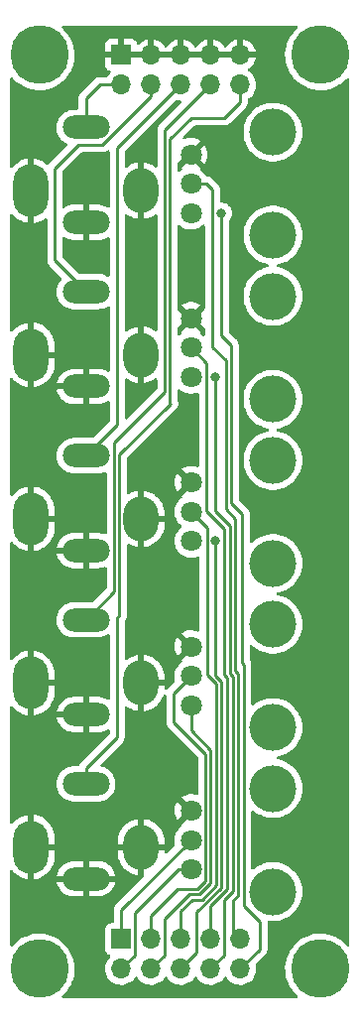
<source format=gbr>
%TF.GenerationSoftware,KiCad,Pcbnew,(6.0.1)*%
%TF.CreationDate,2022-09-28T06:53:29-04:00*%
%TF.ProjectId,SYNTH-PANEL5-01,53594e54-482d-4504-914e-454c352d3031,1*%
%TF.SameCoordinates,Original*%
%TF.FileFunction,Copper,L1,Top*%
%TF.FilePolarity,Positive*%
%FSLAX46Y46*%
G04 Gerber Fmt 4.6, Leading zero omitted, Abs format (unit mm)*
G04 Created by KiCad (PCBNEW (6.0.1)) date 2022-09-28 06:53:29*
%MOMM*%
%LPD*%
G01*
G04 APERTURE LIST*
%TA.AperFunction,WasherPad*%
%ADD10C,4.000000*%
%TD*%
%TA.AperFunction,ComponentPad*%
%ADD11C,1.800000*%
%TD*%
%TA.AperFunction,ComponentPad*%
%ADD12O,3.000000X4.500000*%
%TD*%
%TA.AperFunction,ComponentPad*%
%ADD13O,3.000000X3.800000*%
%TD*%
%TA.AperFunction,ComponentPad*%
%ADD14O,4.000000X2.000000*%
%TD*%
%TA.AperFunction,ComponentPad*%
%ADD15C,5.000000*%
%TD*%
%TA.AperFunction,ComponentPad*%
%ADD16R,1.700000X1.700000*%
%TD*%
%TA.AperFunction,ComponentPad*%
%ADD17O,1.700000X1.700000*%
%TD*%
%TA.AperFunction,ViaPad*%
%ADD18C,0.800000*%
%TD*%
%TA.AperFunction,Conductor*%
%ADD19C,0.254000*%
%TD*%
G04 APERTURE END LIST*
D10*
%TO.P,RV5,*%
%TO.N,*%
X22950000Y-74400000D03*
X22950000Y-65600000D03*
D11*
%TO.P,RV5,1,1*%
%TO.N,/POTHI_5*%
X15950000Y-72500000D03*
%TO.P,RV5,2,2*%
%TO.N,/POTWIPER_5*%
X15950000Y-70000000D03*
%TO.P,RV5,3,3*%
%TO.N,GND*%
X15950000Y-67500000D03*
%TD*%
D10*
%TO.P,RV1,*%
%TO.N,*%
X22950000Y-18400000D03*
X22950000Y-9600000D03*
D11*
%TO.P,RV1,1,1*%
%TO.N,/POTHI_1*%
X15950000Y-16500000D03*
%TO.P,RV1,2,2*%
%TO.N,/POTWIPER_1*%
X15950000Y-14000000D03*
%TO.P,RV1,3,3*%
%TO.N,GND*%
X15950000Y-11500000D03*
%TD*%
D10*
%TO.P,RV3,*%
%TO.N,*%
X22950000Y-37600000D03*
X22950000Y-46400000D03*
D11*
%TO.P,RV3,1,1*%
%TO.N,/POTHI_3*%
X15950000Y-44500000D03*
%TO.P,RV3,2,2*%
%TO.N,/POTWIPER_3*%
X15950000Y-42000000D03*
%TO.P,RV3,3,3*%
%TO.N,GND*%
X15950000Y-39500000D03*
%TD*%
D12*
%TO.P,J5,S*%
%TO.N,GND*%
X2300000Y-70600000D03*
D13*
X11700000Y-70600000D03*
D14*
%TO.P,J5,T*%
%TO.N,/JACK_5*%
X7000000Y-65200000D03*
%TO.P,J5,TN*%
%TO.N,GND*%
X7000000Y-73300000D03*
%TD*%
D15*
%TO.P,MTG3,1*%
%TO.N,N/C*%
X3000000Y-3000000D03*
%TD*%
%TO.P,MTG2,1*%
%TO.N,N/C*%
X27000000Y-81000000D03*
%TD*%
D12*
%TO.P,J2,S*%
%TO.N,GND*%
X2300000Y-28600000D03*
D13*
X11700000Y-28600000D03*
D14*
%TO.P,J2,T*%
%TO.N,/JACK_2*%
X7000000Y-23200000D03*
%TO.P,J2,TN*%
%TO.N,GND*%
X7000000Y-31300000D03*
%TD*%
D13*
%TO.P,J1,S*%
%TO.N,GND*%
X11700000Y-14600000D03*
D12*
X2300000Y-14600000D03*
D14*
%TO.P,J1,T*%
%TO.N,/JACK_1*%
X7000000Y-9200000D03*
%TO.P,J1,TN*%
%TO.N,GND*%
X7000000Y-17300000D03*
%TD*%
D12*
%TO.P,J4,S*%
%TO.N,GND*%
X2300000Y-56600000D03*
D13*
X11700000Y-56600000D03*
D14*
%TO.P,J4,T*%
%TO.N,/JACK_4*%
X7000000Y-51200000D03*
%TO.P,J4,TN*%
%TO.N,GND*%
X7000000Y-59300000D03*
%TD*%
D10*
%TO.P,RV2,*%
%TO.N,*%
X22950000Y-32400000D03*
X22950000Y-23600000D03*
D11*
%TO.P,RV2,1,1*%
%TO.N,/POTHI_2*%
X15950000Y-30500000D03*
%TO.P,RV2,2,2*%
%TO.N,/POTWIPER_2*%
X15950000Y-28000000D03*
%TO.P,RV2,3,3*%
%TO.N,GND*%
X15950000Y-25500000D03*
%TD*%
D15*
%TO.P,MTG4,1*%
%TO.N,N/C*%
X27000000Y-3000000D03*
%TD*%
D10*
%TO.P,RV4,*%
%TO.N,*%
X22950000Y-60400000D03*
X22950000Y-51600000D03*
D11*
%TO.P,RV4,1,1*%
%TO.N,/POTHI_4*%
X15950000Y-58500000D03*
%TO.P,RV4,2,2*%
%TO.N,/POTWIPER_4*%
X15950000Y-56000000D03*
%TO.P,RV4,3,3*%
%TO.N,GND*%
X15950000Y-53500000D03*
%TD*%
D15*
%TO.P,MTG1,1*%
%TO.N,N/C*%
X3000000Y-81000000D03*
%TD*%
D13*
%TO.P,J3,S*%
%TO.N,GND*%
X11700000Y-42600000D03*
D12*
X2300000Y-42600000D03*
D14*
%TO.P,J3,T*%
%TO.N,/JACK_3*%
X7000000Y-37200000D03*
%TO.P,J3,TN*%
%TO.N,GND*%
X7000000Y-45300000D03*
%TD*%
D16*
%TO.P,J6,1,Pin_1*%
%TO.N,GND*%
X10000000Y-3000000D03*
D17*
%TO.P,J6,2,Pin_2*%
%TO.N,/JACK_1*%
X10000000Y-5540000D03*
%TO.P,J6,3,Pin_3*%
%TO.N,GND*%
X12540000Y-3000000D03*
%TO.P,J6,4,Pin_4*%
%TO.N,/JACK_2*%
X12540000Y-5540000D03*
%TO.P,J6,5,Pin_5*%
%TO.N,GND*%
X15080000Y-3000000D03*
%TO.P,J6,6,Pin_6*%
%TO.N,/JACK_3*%
X15080000Y-5540000D03*
%TO.P,J6,7,Pin_7*%
%TO.N,GND*%
X17620000Y-3000000D03*
%TO.P,J6,8,Pin_8*%
%TO.N,/JACK_4*%
X17620000Y-5540000D03*
%TO.P,J6,9,Pin_9*%
%TO.N,GND*%
X20160000Y-3000000D03*
%TO.P,J6,10,Pin_10*%
%TO.N,/JACK_5*%
X20160000Y-5540000D03*
%TD*%
D16*
%TO.P,J7,1,Pin_1*%
%TO.N,/POTWIPER_5*%
X10000000Y-78460000D03*
D17*
%TO.P,J7,2,Pin_2*%
%TO.N,/POTHI_5*%
X10000000Y-81000000D03*
%TO.P,J7,3,Pin_3*%
%TO.N,/POTWIPER_4*%
X12540000Y-78460000D03*
%TO.P,J7,4,Pin_4*%
%TO.N,/POTHI_4*%
X12540000Y-81000000D03*
%TO.P,J7,5,Pin_5*%
%TO.N,/POTWIPER_3*%
X15080000Y-78460000D03*
%TO.P,J7,6,Pin_6*%
%TO.N,/POTHI_3*%
X15080000Y-81000000D03*
%TO.P,J7,7,Pin_7*%
%TO.N,/POTWIPER_2*%
X17620000Y-78460000D03*
%TO.P,J7,8,Pin_8*%
%TO.N,/POTHI_2*%
X17620000Y-81000000D03*
%TO.P,J7,9,Pin_9*%
%TO.N,/POTWIPER_1*%
X20160000Y-78460000D03*
%TO.P,J7,10,Pin_10*%
%TO.N,/POTHI_1*%
X20160000Y-81000000D03*
%TD*%
D18*
%TO.N,/POTHI_3*%
X18054500Y-44450000D03*
%TO.N,/POTHI_2*%
X18034000Y-30480000D03*
%TO.N,/POTHI_1*%
X18542000Y-16510000D03*
%TD*%
D19*
%TO.N,/JACK_1*%
X8176000Y-5540000D02*
X7000000Y-6716000D01*
X7000000Y-6716000D02*
X7000000Y-9200000D01*
X10000000Y-5540000D02*
X8176000Y-5540000D01*
%TO.N,/JACK_2*%
X7000000Y-23200000D02*
X4318000Y-20518000D01*
X12540000Y-6535982D02*
X12540000Y-5540000D01*
X4318000Y-12700000D02*
X6350000Y-10668000D01*
X6350000Y-10668000D02*
X8407982Y-10668000D01*
X4318000Y-20518000D02*
X4318000Y-12700000D01*
X8407982Y-10668000D02*
X12540000Y-6535982D01*
%TO.N,/JACK_3*%
X7000000Y-37200000D02*
X9652000Y-34548000D01*
X9652000Y-34548000D02*
X9652000Y-10968000D01*
X9652000Y-10968000D02*
X15080000Y-5540000D01*
%TO.N,/JACK_4*%
X13716000Y-31750000D02*
X13716000Y-9444000D01*
X13716000Y-9444000D02*
X17620000Y-5540000D01*
X7000000Y-51200000D02*
X9398000Y-48802000D01*
X9398000Y-48802000D02*
X9398000Y-36068000D01*
X9398000Y-36068000D02*
X13716000Y-31750000D01*
%TO.N,/JACK_5*%
X7000000Y-65200000D02*
X7000000Y-63866000D01*
X9652000Y-51054000D02*
X9851520Y-50854480D01*
X18796000Y-8382000D02*
X20160000Y-7018000D01*
X9851520Y-50854480D02*
X9851520Y-37138480D01*
X7000000Y-63866000D02*
X9652000Y-61214000D01*
X14169520Y-10214480D02*
X16002000Y-8382000D01*
X16002000Y-8382000D02*
X18796000Y-8382000D01*
X14224000Y-32766000D02*
X14169520Y-32711520D01*
X9652000Y-61214000D02*
X9652000Y-51054000D01*
X14169520Y-32711520D02*
X14169520Y-10214480D01*
X20160000Y-7018000D02*
X20160000Y-5540000D01*
X9851520Y-37138480D02*
X14224000Y-32766000D01*
%TO.N,/POTWIPER_4*%
X12540000Y-78460000D02*
X12540000Y-76460000D01*
X14832000Y-74168000D02*
X16510000Y-74168000D01*
X17176511Y-62642511D02*
X14478000Y-59944000D01*
X17176511Y-73501489D02*
X17176511Y-62642511D01*
X16510000Y-74168000D02*
X17176511Y-73501489D01*
X14478000Y-57472000D02*
X15950000Y-56000000D01*
X12540000Y-76460000D02*
X14832000Y-74168000D01*
X14478000Y-59944000D02*
X14478000Y-57472000D01*
%TO.N,/POTHI_5*%
X11176511Y-79823489D02*
X11176511Y-76199489D01*
X11176511Y-76199489D02*
X14876000Y-72500000D01*
X10000000Y-81000000D02*
X11176511Y-79823489D01*
X14876000Y-72500000D02*
X15950000Y-72500000D01*
%TO.N,/POTHI_4*%
X17630031Y-73689343D02*
X17630031Y-62334031D01*
X13716511Y-79823489D02*
X13716511Y-76716511D01*
X16697854Y-74621520D02*
X17630031Y-73689343D01*
X15811502Y-74621520D02*
X16697854Y-74621520D01*
X15950000Y-60654000D02*
X15950000Y-58500000D01*
X12540000Y-81000000D02*
X13716511Y-79823489D01*
X17630031Y-62334031D02*
X15950000Y-60654000D01*
X13716511Y-76716511D02*
X15811502Y-74621520D01*
%TO.N,/POTWIPER_3*%
X16885708Y-75075040D02*
X18083551Y-73877197D01*
X18083551Y-56691551D02*
X17328000Y-55936000D01*
X16075040Y-75075040D02*
X16885708Y-75075040D01*
X18083551Y-73877197D02*
X18083551Y-56691551D01*
X15080000Y-76070080D02*
X16075040Y-75075040D01*
X15080000Y-78460000D02*
X15080000Y-76070080D01*
X17328000Y-43378000D02*
X15950000Y-42000000D01*
X17328000Y-55936000D02*
X17328000Y-43378000D01*
%TO.N,/POTHI_3*%
X15080000Y-81000000D02*
X16443489Y-79636511D01*
X16443489Y-76158633D02*
X18542000Y-74060122D01*
X16443489Y-79636511D02*
X16443489Y-76158633D01*
X18054500Y-56021126D02*
X18054500Y-44450000D01*
X18537071Y-56503697D02*
X18054500Y-56021126D01*
X18542000Y-74060122D02*
X18537071Y-74055193D01*
X18537071Y-74055193D02*
X18537071Y-56503697D01*
%TO.N,/POTWIPER_2*%
X18781011Y-55907887D02*
X18781011Y-43419011D01*
X18781011Y-43419011D02*
X17272000Y-41910000D01*
X17620000Y-78460000D02*
X17620000Y-75623496D01*
X17620000Y-75623496D02*
X19050000Y-74193496D01*
X17272000Y-29322000D02*
X15950000Y-28000000D01*
X19050000Y-74193496D02*
X19050000Y-56176876D01*
X17272000Y-41910000D02*
X17272000Y-29322000D01*
X19050000Y-56176876D02*
X18781011Y-55907887D01*
%TO.N,/POTHI_2*%
X17620000Y-81000000D02*
X18796511Y-79823489D01*
X18796511Y-79823489D02*
X18796511Y-75088359D01*
X18034000Y-41910000D02*
X18034000Y-30480000D01*
X19558000Y-74326870D02*
X19558000Y-56043502D01*
X19558000Y-56043502D02*
X19304000Y-55789502D01*
X18796511Y-75088359D02*
X19558000Y-74326870D01*
X19304000Y-43180000D02*
X18034000Y-41910000D01*
X19304000Y-55789502D02*
X19304000Y-43180000D01*
%TO.N,/POTWIPER_1*%
X19558000Y-77858000D02*
X19558000Y-75184000D01*
X18923000Y-29083000D02*
X17780000Y-27940000D01*
X20011520Y-74730480D02*
X20011520Y-55825520D01*
X20160000Y-78460000D02*
X19558000Y-77858000D01*
X18923000Y-41783000D02*
X18923000Y-29083000D01*
X17780000Y-27940000D02*
X17780000Y-14478000D01*
X19757520Y-42617520D02*
X18923000Y-41783000D01*
X17302000Y-14000000D02*
X15950000Y-14000000D01*
X19558000Y-75184000D02*
X20011520Y-74730480D01*
X17780000Y-14478000D02*
X17302000Y-14000000D01*
X19757520Y-55571520D02*
X19757520Y-42617520D01*
X20011520Y-55825520D02*
X19757520Y-55571520D01*
%TO.N,/POTHI_1*%
X21844000Y-76962000D02*
X20465040Y-75583040D01*
X18542000Y-26924000D02*
X18542000Y-16510000D01*
X19376520Y-27758520D02*
X18542000Y-26924000D01*
X19376520Y-41220520D02*
X19376520Y-27758520D01*
X20465040Y-55009040D02*
X20320000Y-54864000D01*
X20465040Y-75583040D02*
X20465040Y-55009040D01*
X20320000Y-54864000D02*
X20320000Y-42164000D01*
X20160000Y-81000000D02*
X21844000Y-79316000D01*
X20320000Y-42164000D02*
X19376520Y-41220520D01*
X21844000Y-79316000D02*
X21844000Y-76962000D01*
%TO.N,/POTWIPER_5*%
X10000000Y-75950000D02*
X15950000Y-70000000D01*
X10000000Y-78460000D02*
X10000000Y-75950000D01*
%TD*%
%TA.AperFunction,Conductor*%
%TO.N,GND*%
G36*
X25007956Y-528002D02*
G01*
X25054449Y-581658D01*
X25064553Y-651932D01*
X25035059Y-716512D01*
X25018622Y-732328D01*
X24983509Y-760459D01*
X24739466Y-1007071D01*
X24737225Y-1009929D01*
X24680732Y-1081978D01*
X24525386Y-1280098D01*
X24523493Y-1283187D01*
X24523491Y-1283190D01*
X24477233Y-1358676D01*
X24344105Y-1575921D01*
X24342580Y-1579206D01*
X24342578Y-1579210D01*
X24265060Y-1746209D01*
X24198027Y-1890620D01*
X24154192Y-2023164D01*
X24107365Y-2164757D01*
X24089087Y-2220023D01*
X24088351Y-2223578D01*
X24088350Y-2223581D01*
X24019484Y-2556124D01*
X24018730Y-2559764D01*
X23987888Y-2905341D01*
X23987983Y-2908971D01*
X23987983Y-2908972D01*
X23990367Y-3000000D01*
X23996970Y-3252171D01*
X24045856Y-3595660D01*
X24133897Y-3931253D01*
X24259927Y-4254503D01*
X24261624Y-4257708D01*
X24395113Y-4509825D01*
X24422275Y-4561126D01*
X24424325Y-4564109D01*
X24424327Y-4564112D01*
X24616733Y-4844064D01*
X24616739Y-4844071D01*
X24618790Y-4847056D01*
X24741780Y-4988042D01*
X24811879Y-5068398D01*
X24846866Y-5108505D01*
X24855135Y-5116029D01*
X25070881Y-5312342D01*
X25103481Y-5342006D01*
X25385233Y-5544466D01*
X25688388Y-5713200D01*
X26008928Y-5845972D01*
X26012422Y-5846967D01*
X26012424Y-5846968D01*
X26339103Y-5940025D01*
X26339108Y-5940026D01*
X26342604Y-5941022D01*
X26539304Y-5973233D01*
X26681412Y-5996504D01*
X26681419Y-5996505D01*
X26684993Y-5997090D01*
X26858276Y-6005262D01*
X27027931Y-6013263D01*
X27027932Y-6013263D01*
X27031558Y-6013434D01*
X27040415Y-6012830D01*
X27374073Y-5990084D01*
X27374081Y-5990083D01*
X27377704Y-5989836D01*
X27381279Y-5989173D01*
X27381282Y-5989173D01*
X27715279Y-5927270D01*
X27715283Y-5927269D01*
X27718844Y-5926609D01*
X28050456Y-5824592D01*
X28368145Y-5685136D01*
X28612511Y-5542341D01*
X28664560Y-5511926D01*
X28664562Y-5511925D01*
X28667700Y-5510091D01*
X28670609Y-5507907D01*
X28942244Y-5303958D01*
X28942248Y-5303955D01*
X28945151Y-5301775D01*
X29196819Y-5062950D01*
X29242551Y-5008255D01*
X29269337Y-4976220D01*
X29328378Y-4936791D01*
X29399364Y-4935541D01*
X29459757Y-4972867D01*
X29490382Y-5036918D01*
X29492000Y-5057043D01*
X29492000Y-78941293D01*
X29471998Y-79009414D01*
X29418342Y-79055907D01*
X29348068Y-79066011D01*
X29283488Y-79036517D01*
X29273713Y-79027077D01*
X29085842Y-78824904D01*
X28822019Y-78599578D01*
X28534047Y-78406069D01*
X28225741Y-78246940D01*
X27901189Y-78124302D01*
X27897668Y-78123418D01*
X27897663Y-78123416D01*
X27736378Y-78082904D01*
X27564692Y-78039780D01*
X27542476Y-78036855D01*
X27224315Y-77994968D01*
X27224307Y-77994967D01*
X27220711Y-77994494D01*
X27076045Y-77992221D01*
X26877446Y-77989101D01*
X26877442Y-77989101D01*
X26873804Y-77989044D01*
X26870190Y-77989405D01*
X26870184Y-77989405D01*
X26626843Y-78013694D01*
X26528569Y-78023503D01*
X26189583Y-78097414D01*
X26186156Y-78098587D01*
X26186150Y-78098589D01*
X26107296Y-78125587D01*
X25861339Y-78209797D01*
X25548188Y-78359163D01*
X25254279Y-78543532D01*
X25251443Y-78545804D01*
X25251436Y-78545809D01*
X25007384Y-78741332D01*
X24983509Y-78760459D01*
X24739466Y-79007071D01*
X24737225Y-79009929D01*
X24680732Y-79081978D01*
X24525386Y-79280098D01*
X24523493Y-79283187D01*
X24523491Y-79283190D01*
X24478736Y-79356223D01*
X24344105Y-79575921D01*
X24342580Y-79579206D01*
X24342578Y-79579210D01*
X24260873Y-79755229D01*
X24198027Y-79890620D01*
X24089087Y-80220023D01*
X24088351Y-80223578D01*
X24088350Y-80223581D01*
X24019465Y-80556214D01*
X24018730Y-80559764D01*
X23987888Y-80905341D01*
X23987983Y-80908971D01*
X23987983Y-80908972D01*
X23995394Y-81192004D01*
X23996970Y-81252171D01*
X24045856Y-81595660D01*
X24133897Y-81931253D01*
X24259927Y-82254503D01*
X24261624Y-82257708D01*
X24395113Y-82509825D01*
X24422275Y-82561126D01*
X24424325Y-82564109D01*
X24424327Y-82564112D01*
X24616733Y-82844064D01*
X24616739Y-82844071D01*
X24618790Y-82847056D01*
X24846866Y-83108505D01*
X24849551Y-83110948D01*
X25027431Y-83272806D01*
X25064354Y-83333447D01*
X25062631Y-83404422D01*
X25022809Y-83463199D01*
X24957531Y-83491116D01*
X24942632Y-83492000D01*
X5060517Y-83492000D01*
X4992396Y-83471998D01*
X4945903Y-83418342D01*
X4935799Y-83348068D01*
X4965293Y-83283488D01*
X4973784Y-83274603D01*
X5194180Y-83065454D01*
X5196819Y-83062950D01*
X5419370Y-82796783D01*
X5609853Y-82506799D01*
X5708801Y-82310062D01*
X5764117Y-82200080D01*
X5764120Y-82200072D01*
X5765744Y-82196844D01*
X5776339Y-82167892D01*
X5883729Y-81874437D01*
X5883730Y-81874433D01*
X5884977Y-81871026D01*
X5885822Y-81867504D01*
X5885825Y-81867496D01*
X5965124Y-81537191D01*
X5965125Y-81537187D01*
X5965971Y-81533662D01*
X5969264Y-81506453D01*
X6007316Y-81192004D01*
X6007316Y-81191997D01*
X6007652Y-81189225D01*
X6011612Y-81063240D01*
X6013511Y-81002797D01*
X6013599Y-81000000D01*
X6011383Y-80961562D01*
X5993836Y-80657246D01*
X5993835Y-80657241D01*
X5993627Y-80653626D01*
X5972801Y-80534297D01*
X5934600Y-80315415D01*
X5934598Y-80315408D01*
X5933976Y-80311842D01*
X5835437Y-79979180D01*
X5779133Y-79847176D01*
X5700740Y-79663386D01*
X5700738Y-79663383D01*
X5699316Y-79660048D01*
X5692634Y-79648332D01*
X5529208Y-79361816D01*
X5527417Y-79358676D01*
X5505052Y-79328229D01*
X5324161Y-79081978D01*
X5322018Y-79079060D01*
X5273701Y-79027064D01*
X5088309Y-78827559D01*
X5085842Y-78824904D01*
X4822019Y-78599578D01*
X4534047Y-78406069D01*
X4225741Y-78246940D01*
X3901189Y-78124302D01*
X3897668Y-78123418D01*
X3897663Y-78123416D01*
X3736378Y-78082904D01*
X3564692Y-78039780D01*
X3542476Y-78036855D01*
X3224315Y-77994968D01*
X3224307Y-77994967D01*
X3220711Y-77994494D01*
X3076045Y-77992221D01*
X2877446Y-77989101D01*
X2877442Y-77989101D01*
X2873804Y-77989044D01*
X2870190Y-77989405D01*
X2870184Y-77989405D01*
X2626843Y-78013694D01*
X2528569Y-78023503D01*
X2189583Y-78097414D01*
X2186156Y-78098587D01*
X2186150Y-78098589D01*
X2107296Y-78125587D01*
X1861339Y-78209797D01*
X1548188Y-78359163D01*
X1254279Y-78543532D01*
X1251443Y-78545804D01*
X1251436Y-78545809D01*
X1007384Y-78741332D01*
X983509Y-78760459D01*
X739466Y-79007071D01*
X737225Y-79009929D01*
X733154Y-79015121D01*
X675381Y-79056386D01*
X604469Y-79059866D01*
X542934Y-79024455D01*
X510311Y-78961397D01*
X508000Y-78937375D01*
X508000Y-73571114D01*
X4513275Y-73571114D01*
X4515325Y-73588830D01*
X4517285Y-73598727D01*
X4580604Y-73822494D01*
X4584116Y-73831938D01*
X4682399Y-74042705D01*
X4687378Y-74051471D01*
X4818087Y-74243802D01*
X4824419Y-74251677D01*
X4984186Y-74420626D01*
X4991695Y-74427387D01*
X5176426Y-74568625D01*
X5184905Y-74574089D01*
X5389847Y-74683978D01*
X5399099Y-74688020D01*
X5618971Y-74763727D01*
X5628743Y-74766236D01*
X5858971Y-74806004D01*
X5866843Y-74806859D01*
X5890551Y-74807936D01*
X5893384Y-74808000D01*
X6727885Y-74808000D01*
X6743124Y-74803525D01*
X6744329Y-74802135D01*
X6746000Y-74794452D01*
X6746000Y-74789885D01*
X7254000Y-74789885D01*
X7258475Y-74805124D01*
X7259865Y-74806329D01*
X7267548Y-74808000D01*
X8058456Y-74808000D01*
X8063488Y-74807798D01*
X8236843Y-74793850D01*
X8246796Y-74792238D01*
X8472633Y-74736767D01*
X8482203Y-74733584D01*
X8696265Y-74642720D01*
X8705207Y-74638045D01*
X8901987Y-74514126D01*
X8910060Y-74508086D01*
X9084500Y-74354297D01*
X9091504Y-74347044D01*
X9239110Y-74167346D01*
X9244866Y-74159064D01*
X9361841Y-73958081D01*
X9366203Y-73948976D01*
X9449537Y-73731885D01*
X9452388Y-73722196D01*
X9483821Y-73571736D01*
X9482698Y-73557675D01*
X9472590Y-73554000D01*
X7272115Y-73554000D01*
X7256876Y-73558475D01*
X7255671Y-73559865D01*
X7254000Y-73567548D01*
X7254000Y-74789885D01*
X6746000Y-74789885D01*
X6746000Y-73572115D01*
X6741525Y-73556876D01*
X6740135Y-73555671D01*
X6732452Y-73554000D01*
X4529410Y-73554000D01*
X4515324Y-73558136D01*
X4513275Y-73571114D01*
X508000Y-73571114D01*
X508000Y-72687524D01*
X528002Y-72619403D01*
X581658Y-72572910D01*
X651932Y-72562806D01*
X716512Y-72592300D01*
X735937Y-72613464D01*
X755441Y-72640309D01*
X761085Y-72647036D01*
X950051Y-72842716D01*
X956573Y-72848588D01*
X1170933Y-73016064D01*
X1178207Y-73020970D01*
X1413789Y-73156984D01*
X1421681Y-73160833D01*
X1673896Y-73262735D01*
X1682254Y-73265451D01*
X1946192Y-73331257D01*
X1954837Y-73332782D01*
X2027985Y-73340470D01*
X2042635Y-73337791D01*
X2045835Y-73326074D01*
X2554000Y-73326074D01*
X2557779Y-73338943D01*
X2572845Y-73340866D01*
X2782642Y-73303873D01*
X2791143Y-73301754D01*
X3049858Y-73217692D01*
X3058005Y-73214401D01*
X3302499Y-73095152D01*
X3310096Y-73090767D01*
X3402760Y-73028264D01*
X4516179Y-73028264D01*
X4517302Y-73042325D01*
X4527410Y-73046000D01*
X6727885Y-73046000D01*
X6743124Y-73041525D01*
X6744329Y-73040135D01*
X6746000Y-73032452D01*
X6746000Y-73027885D01*
X7254000Y-73027885D01*
X7258475Y-73043124D01*
X7259865Y-73044329D01*
X7267548Y-73046000D01*
X9470590Y-73046000D01*
X9484676Y-73041864D01*
X9486725Y-73028886D01*
X9484675Y-73011170D01*
X9482715Y-73001273D01*
X9419396Y-72777506D01*
X9415883Y-72768061D01*
X9317601Y-72557295D01*
X9312622Y-72548529D01*
X9181913Y-72356198D01*
X9175581Y-72348323D01*
X9015814Y-72179374D01*
X9008305Y-72172613D01*
X8823574Y-72031375D01*
X8815095Y-72025911D01*
X8610153Y-71916022D01*
X8600901Y-71911980D01*
X8381029Y-71836273D01*
X8371257Y-71833764D01*
X8141029Y-71793996D01*
X8133157Y-71793141D01*
X8109449Y-71792064D01*
X8106616Y-71792000D01*
X7272115Y-71792000D01*
X7256876Y-71796475D01*
X7255671Y-71797865D01*
X7254000Y-71805548D01*
X7254000Y-73027885D01*
X6746000Y-73027885D01*
X6746000Y-71810115D01*
X6741525Y-71794876D01*
X6740135Y-71793671D01*
X6732452Y-71792000D01*
X5941544Y-71792000D01*
X5936512Y-71792202D01*
X5763157Y-71806150D01*
X5753204Y-71807762D01*
X5527367Y-71863233D01*
X5517797Y-71866416D01*
X5303735Y-71957280D01*
X5294793Y-71961955D01*
X5098013Y-72085874D01*
X5089940Y-72091914D01*
X4915500Y-72245703D01*
X4908496Y-72252956D01*
X4760890Y-72432654D01*
X4755134Y-72440936D01*
X4638159Y-72641919D01*
X4633797Y-72651024D01*
X4550463Y-72868115D01*
X4547612Y-72877804D01*
X4516179Y-73028264D01*
X3402760Y-73028264D01*
X3535621Y-72938648D01*
X3542538Y-72933244D01*
X3744691Y-72751224D01*
X3750790Y-72744909D01*
X3925642Y-72536529D01*
X3930804Y-72529424D01*
X4074961Y-72298725D01*
X4079073Y-72290991D01*
X4189723Y-72042467D01*
X4192722Y-72034226D01*
X4267704Y-71772733D01*
X4269528Y-71764153D01*
X4307388Y-71494765D01*
X4308000Y-71486016D01*
X4308000Y-71067923D01*
X9692000Y-71067923D01*
X9692153Y-71072308D01*
X9706379Y-71275757D01*
X9707599Y-71284438D01*
X9764159Y-71550530D01*
X9766578Y-71558967D01*
X9859617Y-71814587D01*
X9863186Y-71822603D01*
X9990895Y-72062790D01*
X9995549Y-72070238D01*
X10155438Y-72290306D01*
X10161085Y-72297036D01*
X10350051Y-72492716D01*
X10356573Y-72498588D01*
X10570933Y-72666064D01*
X10578207Y-72670970D01*
X10813789Y-72806984D01*
X10821681Y-72810833D01*
X11073896Y-72912735D01*
X11082254Y-72915451D01*
X11346192Y-72981257D01*
X11354837Y-72982782D01*
X11427985Y-72990470D01*
X11442635Y-72987791D01*
X11446000Y-72975470D01*
X11446000Y-70872115D01*
X11441525Y-70856876D01*
X11440135Y-70855671D01*
X11432452Y-70854000D01*
X9710115Y-70854000D01*
X9694876Y-70858475D01*
X9693671Y-70859865D01*
X9692000Y-70867548D01*
X9692000Y-71067923D01*
X4308000Y-71067923D01*
X4308000Y-70872115D01*
X4303525Y-70856876D01*
X4302135Y-70855671D01*
X4294452Y-70854000D01*
X2572115Y-70854000D01*
X2556876Y-70858475D01*
X2555671Y-70859865D01*
X2554000Y-70867548D01*
X2554000Y-73326074D01*
X2045835Y-73326074D01*
X2046000Y-73325470D01*
X2046000Y-70327885D01*
X2554000Y-70327885D01*
X2558475Y-70343124D01*
X2559865Y-70344329D01*
X2567548Y-70346000D01*
X4289885Y-70346000D01*
X4305124Y-70341525D01*
X4306329Y-70340135D01*
X4308000Y-70332452D01*
X4308000Y-70327885D01*
X9692000Y-70327885D01*
X9696475Y-70343124D01*
X9697865Y-70344329D01*
X9705548Y-70346000D01*
X11427885Y-70346000D01*
X11443124Y-70341525D01*
X11444329Y-70340135D01*
X11446000Y-70332452D01*
X11446000Y-70327885D01*
X11954000Y-70327885D01*
X11958475Y-70343124D01*
X11959865Y-70344329D01*
X11967548Y-70346000D01*
X13689885Y-70346000D01*
X13705124Y-70341525D01*
X13706329Y-70340135D01*
X13708000Y-70332452D01*
X13708000Y-70132077D01*
X13707847Y-70127692D01*
X13693621Y-69924243D01*
X13692401Y-69915562D01*
X13635841Y-69649470D01*
X13633422Y-69641033D01*
X13540383Y-69385413D01*
X13536814Y-69377397D01*
X13409105Y-69137210D01*
X13404451Y-69129762D01*
X13244562Y-68909694D01*
X13238915Y-68902964D01*
X13049949Y-68707284D01*
X13043427Y-68701412D01*
X12829067Y-68533936D01*
X12821793Y-68529030D01*
X12586211Y-68393016D01*
X12578319Y-68389167D01*
X12326104Y-68287265D01*
X12317746Y-68284549D01*
X12053808Y-68218743D01*
X12045163Y-68217218D01*
X11972015Y-68209530D01*
X11957365Y-68212209D01*
X11954000Y-68224530D01*
X11954000Y-70327885D01*
X11446000Y-70327885D01*
X11446000Y-68223926D01*
X11442221Y-68211057D01*
X11427155Y-68209134D01*
X11217358Y-68246127D01*
X11208857Y-68248246D01*
X10950142Y-68332308D01*
X10941995Y-68335599D01*
X10697501Y-68454848D01*
X10689904Y-68459233D01*
X10464379Y-68611352D01*
X10457462Y-68616756D01*
X10255309Y-68798776D01*
X10249210Y-68805091D01*
X10074358Y-69013471D01*
X10069196Y-69020576D01*
X9925039Y-69251275D01*
X9920927Y-69259009D01*
X9810277Y-69507533D01*
X9807278Y-69515774D01*
X9732296Y-69777267D01*
X9730472Y-69785847D01*
X9692612Y-70055235D01*
X9692000Y-70063984D01*
X9692000Y-70327885D01*
X4308000Y-70327885D01*
X4308000Y-69782077D01*
X4307847Y-69777692D01*
X4293621Y-69574243D01*
X4292401Y-69565562D01*
X4235841Y-69299470D01*
X4233422Y-69291033D01*
X4140383Y-69035413D01*
X4136814Y-69027397D01*
X4009105Y-68787210D01*
X4004451Y-68779762D01*
X3844562Y-68559694D01*
X3838915Y-68552964D01*
X3649949Y-68357284D01*
X3643427Y-68351412D01*
X3429067Y-68183936D01*
X3421793Y-68179030D01*
X3186211Y-68043016D01*
X3178319Y-68039167D01*
X2926104Y-67937265D01*
X2917746Y-67934549D01*
X2653808Y-67868743D01*
X2645163Y-67867218D01*
X2572015Y-67859530D01*
X2557365Y-67862209D01*
X2554000Y-67874530D01*
X2554000Y-70327885D01*
X2046000Y-70327885D01*
X2046000Y-67873926D01*
X2042221Y-67861057D01*
X2027155Y-67859134D01*
X1817358Y-67896127D01*
X1808857Y-67898246D01*
X1550142Y-67982308D01*
X1541995Y-67985599D01*
X1297501Y-68104848D01*
X1289904Y-68109233D01*
X1064379Y-68261352D01*
X1057462Y-68266756D01*
X855309Y-68448776D01*
X849210Y-68455091D01*
X730521Y-68596539D01*
X671412Y-68635866D01*
X600424Y-68636992D01*
X540097Y-68599561D01*
X509583Y-68535456D01*
X508000Y-68515548D01*
X508000Y-67470638D01*
X14537893Y-67470638D01*
X14550627Y-67691468D01*
X14552061Y-67701670D01*
X14600685Y-67917439D01*
X14603773Y-67927292D01*
X14686986Y-68132220D01*
X14691634Y-68141421D01*
X14780097Y-68285781D01*
X14790553Y-68295242D01*
X14799331Y-68291458D01*
X15577979Y-67512811D01*
X15585592Y-67498868D01*
X15585461Y-67497034D01*
X15581210Y-67490420D01*
X14803862Y-66713073D01*
X14792330Y-66706776D01*
X14780048Y-66716399D01*
X14724467Y-66797877D01*
X14719379Y-66806833D01*
X14626252Y-67007459D01*
X14622689Y-67017146D01*
X14563581Y-67230280D01*
X14561650Y-67240400D01*
X14538145Y-67460349D01*
X14537893Y-67470638D01*
X508000Y-67470638D01*
X508000Y-59571114D01*
X4513275Y-59571114D01*
X4515325Y-59588830D01*
X4517285Y-59598727D01*
X4580604Y-59822494D01*
X4584116Y-59831938D01*
X4682399Y-60042705D01*
X4687378Y-60051471D01*
X4818087Y-60243802D01*
X4824419Y-60251677D01*
X4984186Y-60420626D01*
X4991695Y-60427387D01*
X5176426Y-60568625D01*
X5184905Y-60574089D01*
X5389847Y-60683978D01*
X5399099Y-60688020D01*
X5618971Y-60763727D01*
X5628743Y-60766236D01*
X5858971Y-60806004D01*
X5866843Y-60806859D01*
X5890551Y-60807936D01*
X5893384Y-60808000D01*
X6727885Y-60808000D01*
X6743124Y-60803525D01*
X6744329Y-60802135D01*
X6746000Y-60794452D01*
X6746000Y-59572115D01*
X6741525Y-59556876D01*
X6740135Y-59555671D01*
X6732452Y-59554000D01*
X4529410Y-59554000D01*
X4515324Y-59558136D01*
X4513275Y-59571114D01*
X508000Y-59571114D01*
X508000Y-58687524D01*
X528002Y-58619403D01*
X581658Y-58572910D01*
X651932Y-58562806D01*
X716512Y-58592300D01*
X735937Y-58613464D01*
X755441Y-58640309D01*
X761085Y-58647036D01*
X950051Y-58842716D01*
X956573Y-58848588D01*
X1170933Y-59016064D01*
X1178207Y-59020970D01*
X1413789Y-59156984D01*
X1421681Y-59160833D01*
X1673896Y-59262735D01*
X1682254Y-59265451D01*
X1946192Y-59331257D01*
X1954837Y-59332782D01*
X2027985Y-59340470D01*
X2042635Y-59337791D01*
X2045835Y-59326074D01*
X2554000Y-59326074D01*
X2557779Y-59338943D01*
X2572845Y-59340866D01*
X2782642Y-59303873D01*
X2791143Y-59301754D01*
X3049858Y-59217692D01*
X3058005Y-59214401D01*
X3302499Y-59095152D01*
X3310096Y-59090767D01*
X3402760Y-59028264D01*
X4516179Y-59028264D01*
X4517302Y-59042325D01*
X4527410Y-59046000D01*
X6727885Y-59046000D01*
X6743124Y-59041525D01*
X6744329Y-59040135D01*
X6746000Y-59032452D01*
X6746000Y-57810115D01*
X6741525Y-57794876D01*
X6740135Y-57793671D01*
X6732452Y-57792000D01*
X5941544Y-57792000D01*
X5936512Y-57792202D01*
X5763157Y-57806150D01*
X5753204Y-57807762D01*
X5527367Y-57863233D01*
X5517797Y-57866416D01*
X5303735Y-57957280D01*
X5294793Y-57961955D01*
X5098013Y-58085874D01*
X5089940Y-58091914D01*
X4915500Y-58245703D01*
X4908496Y-58252956D01*
X4760890Y-58432654D01*
X4755134Y-58440936D01*
X4638159Y-58641919D01*
X4633797Y-58651024D01*
X4550463Y-58868115D01*
X4547612Y-58877804D01*
X4516179Y-59028264D01*
X3402760Y-59028264D01*
X3535621Y-58938648D01*
X3542538Y-58933244D01*
X3744691Y-58751224D01*
X3750790Y-58744909D01*
X3925642Y-58536529D01*
X3930804Y-58529424D01*
X4074961Y-58298725D01*
X4079073Y-58290991D01*
X4189723Y-58042467D01*
X4192722Y-58034226D01*
X4267704Y-57772733D01*
X4269528Y-57764153D01*
X4307388Y-57494765D01*
X4308000Y-57486016D01*
X4308000Y-56872115D01*
X4303525Y-56856876D01*
X4302135Y-56855671D01*
X4294452Y-56854000D01*
X2572115Y-56854000D01*
X2556876Y-56858475D01*
X2555671Y-56859865D01*
X2554000Y-56867548D01*
X2554000Y-59326074D01*
X2045835Y-59326074D01*
X2046000Y-59325470D01*
X2046000Y-56327885D01*
X2554000Y-56327885D01*
X2558475Y-56343124D01*
X2559865Y-56344329D01*
X2567548Y-56346000D01*
X4289885Y-56346000D01*
X4305124Y-56341525D01*
X4306329Y-56340135D01*
X4308000Y-56332452D01*
X4308000Y-55782077D01*
X4307847Y-55777692D01*
X4293621Y-55574243D01*
X4292401Y-55565562D01*
X4235841Y-55299470D01*
X4233422Y-55291033D01*
X4140383Y-55035413D01*
X4136814Y-55027397D01*
X4009105Y-54787210D01*
X4004451Y-54779762D01*
X3844562Y-54559694D01*
X3838915Y-54552964D01*
X3649949Y-54357284D01*
X3643427Y-54351412D01*
X3429067Y-54183936D01*
X3421793Y-54179030D01*
X3186211Y-54043016D01*
X3178319Y-54039167D01*
X2926104Y-53937265D01*
X2917746Y-53934549D01*
X2653808Y-53868743D01*
X2645163Y-53867218D01*
X2572015Y-53859530D01*
X2557365Y-53862209D01*
X2554000Y-53874530D01*
X2554000Y-56327885D01*
X2046000Y-56327885D01*
X2046000Y-53873926D01*
X2042221Y-53861057D01*
X2027155Y-53859134D01*
X1817358Y-53896127D01*
X1808857Y-53898246D01*
X1550142Y-53982308D01*
X1541995Y-53985599D01*
X1297501Y-54104848D01*
X1289904Y-54109233D01*
X1064379Y-54261352D01*
X1057462Y-54266756D01*
X855309Y-54448776D01*
X849210Y-54455091D01*
X730521Y-54596539D01*
X671412Y-54635866D01*
X600424Y-54636992D01*
X540097Y-54599561D01*
X509583Y-54535456D01*
X508000Y-54515548D01*
X508000Y-45571114D01*
X4513275Y-45571114D01*
X4515325Y-45588830D01*
X4517285Y-45598727D01*
X4580604Y-45822494D01*
X4584116Y-45831938D01*
X4682399Y-46042705D01*
X4687378Y-46051471D01*
X4818087Y-46243802D01*
X4824419Y-46251677D01*
X4984186Y-46420626D01*
X4991695Y-46427387D01*
X5176426Y-46568625D01*
X5184905Y-46574089D01*
X5389847Y-46683978D01*
X5399099Y-46688020D01*
X5618971Y-46763727D01*
X5628743Y-46766236D01*
X5858971Y-46806004D01*
X5866843Y-46806859D01*
X5890551Y-46807936D01*
X5893384Y-46808000D01*
X6727885Y-46808000D01*
X6743124Y-46803525D01*
X6744329Y-46802135D01*
X6746000Y-46794452D01*
X6746000Y-45572115D01*
X6741525Y-45556876D01*
X6740135Y-45555671D01*
X6732452Y-45554000D01*
X4529410Y-45554000D01*
X4515324Y-45558136D01*
X4513275Y-45571114D01*
X508000Y-45571114D01*
X508000Y-44687524D01*
X528002Y-44619403D01*
X581658Y-44572910D01*
X651932Y-44562806D01*
X716512Y-44592300D01*
X735937Y-44613464D01*
X755441Y-44640309D01*
X761085Y-44647036D01*
X950051Y-44842716D01*
X956573Y-44848588D01*
X1170933Y-45016064D01*
X1178207Y-45020970D01*
X1413789Y-45156984D01*
X1421681Y-45160833D01*
X1673896Y-45262735D01*
X1682254Y-45265451D01*
X1946192Y-45331257D01*
X1954837Y-45332782D01*
X2027985Y-45340470D01*
X2042635Y-45337791D01*
X2045835Y-45326074D01*
X2554000Y-45326074D01*
X2557779Y-45338943D01*
X2572845Y-45340866D01*
X2782642Y-45303873D01*
X2791143Y-45301754D01*
X3049858Y-45217692D01*
X3058005Y-45214401D01*
X3302499Y-45095152D01*
X3310096Y-45090767D01*
X3402760Y-45028264D01*
X4516179Y-45028264D01*
X4517302Y-45042325D01*
X4527410Y-45046000D01*
X6727885Y-45046000D01*
X6743124Y-45041525D01*
X6744329Y-45040135D01*
X6746000Y-45032452D01*
X6746000Y-43810115D01*
X6741525Y-43794876D01*
X6740135Y-43793671D01*
X6732452Y-43792000D01*
X5941544Y-43792000D01*
X5936512Y-43792202D01*
X5763157Y-43806150D01*
X5753204Y-43807762D01*
X5527367Y-43863233D01*
X5517797Y-43866416D01*
X5303735Y-43957280D01*
X5294793Y-43961955D01*
X5098013Y-44085874D01*
X5089940Y-44091914D01*
X4915500Y-44245703D01*
X4908496Y-44252956D01*
X4760890Y-44432654D01*
X4755134Y-44440936D01*
X4638159Y-44641919D01*
X4633797Y-44651024D01*
X4550463Y-44868115D01*
X4547612Y-44877804D01*
X4516179Y-45028264D01*
X3402760Y-45028264D01*
X3535621Y-44938648D01*
X3542538Y-44933244D01*
X3744691Y-44751224D01*
X3750790Y-44744909D01*
X3925642Y-44536529D01*
X3930804Y-44529424D01*
X4074961Y-44298725D01*
X4079073Y-44290991D01*
X4189723Y-44042467D01*
X4192722Y-44034226D01*
X4267704Y-43772733D01*
X4269528Y-43764153D01*
X4307388Y-43494765D01*
X4308000Y-43486016D01*
X4308000Y-42872115D01*
X4303525Y-42856876D01*
X4302135Y-42855671D01*
X4294452Y-42854000D01*
X2572115Y-42854000D01*
X2556876Y-42858475D01*
X2555671Y-42859865D01*
X2554000Y-42867548D01*
X2554000Y-45326074D01*
X2045835Y-45326074D01*
X2046000Y-45325470D01*
X2046000Y-42327885D01*
X2554000Y-42327885D01*
X2558475Y-42343124D01*
X2559865Y-42344329D01*
X2567548Y-42346000D01*
X4289885Y-42346000D01*
X4305124Y-42341525D01*
X4306329Y-42340135D01*
X4308000Y-42332452D01*
X4308000Y-41782077D01*
X4307847Y-41777692D01*
X4293621Y-41574243D01*
X4292401Y-41565562D01*
X4235841Y-41299470D01*
X4233422Y-41291033D01*
X4140383Y-41035413D01*
X4136814Y-41027397D01*
X4009105Y-40787210D01*
X4004451Y-40779762D01*
X3844562Y-40559694D01*
X3838915Y-40552964D01*
X3649949Y-40357284D01*
X3643427Y-40351412D01*
X3429067Y-40183936D01*
X3421793Y-40179030D01*
X3186211Y-40043016D01*
X3178319Y-40039167D01*
X2926104Y-39937265D01*
X2917746Y-39934549D01*
X2653808Y-39868743D01*
X2645163Y-39867218D01*
X2572015Y-39859530D01*
X2557365Y-39862209D01*
X2554000Y-39874530D01*
X2554000Y-42327885D01*
X2046000Y-42327885D01*
X2046000Y-39873926D01*
X2042221Y-39861057D01*
X2027155Y-39859134D01*
X1817358Y-39896127D01*
X1808857Y-39898246D01*
X1550142Y-39982308D01*
X1541995Y-39985599D01*
X1297501Y-40104848D01*
X1289904Y-40109233D01*
X1064379Y-40261352D01*
X1057462Y-40266756D01*
X855309Y-40448776D01*
X849210Y-40455091D01*
X730521Y-40596539D01*
X671412Y-40635866D01*
X600424Y-40636992D01*
X540097Y-40599561D01*
X509583Y-40535456D01*
X508000Y-40515548D01*
X508000Y-31571114D01*
X4513275Y-31571114D01*
X4515325Y-31588830D01*
X4517285Y-31598727D01*
X4580604Y-31822494D01*
X4584116Y-31831938D01*
X4682399Y-32042705D01*
X4687378Y-32051471D01*
X4818087Y-32243802D01*
X4824419Y-32251677D01*
X4984186Y-32420626D01*
X4991695Y-32427387D01*
X5176426Y-32568625D01*
X5184905Y-32574089D01*
X5389847Y-32683978D01*
X5399099Y-32688020D01*
X5618971Y-32763727D01*
X5628743Y-32766236D01*
X5858971Y-32806004D01*
X5866843Y-32806859D01*
X5890551Y-32807936D01*
X5893384Y-32808000D01*
X6727885Y-32808000D01*
X6743124Y-32803525D01*
X6744329Y-32802135D01*
X6746000Y-32794452D01*
X6746000Y-31572115D01*
X6741525Y-31556876D01*
X6740135Y-31555671D01*
X6732452Y-31554000D01*
X4529410Y-31554000D01*
X4515324Y-31558136D01*
X4513275Y-31571114D01*
X508000Y-31571114D01*
X508000Y-30687524D01*
X528002Y-30619403D01*
X581658Y-30572910D01*
X651932Y-30562806D01*
X716512Y-30592300D01*
X735937Y-30613464D01*
X755441Y-30640309D01*
X761085Y-30647036D01*
X950051Y-30842716D01*
X956573Y-30848588D01*
X1170933Y-31016064D01*
X1178207Y-31020970D01*
X1413789Y-31156984D01*
X1421681Y-31160833D01*
X1673896Y-31262735D01*
X1682254Y-31265451D01*
X1946192Y-31331257D01*
X1954837Y-31332782D01*
X2027985Y-31340470D01*
X2042635Y-31337791D01*
X2045835Y-31326074D01*
X2554000Y-31326074D01*
X2557779Y-31338943D01*
X2572845Y-31340866D01*
X2782642Y-31303873D01*
X2791143Y-31301754D01*
X3049858Y-31217692D01*
X3058005Y-31214401D01*
X3302499Y-31095152D01*
X3310096Y-31090767D01*
X3402760Y-31028264D01*
X4516179Y-31028264D01*
X4517302Y-31042325D01*
X4527410Y-31046000D01*
X6727885Y-31046000D01*
X6743124Y-31041525D01*
X6744329Y-31040135D01*
X6746000Y-31032452D01*
X6746000Y-29810115D01*
X6741525Y-29794876D01*
X6740135Y-29793671D01*
X6732452Y-29792000D01*
X5941544Y-29792000D01*
X5936512Y-29792202D01*
X5763157Y-29806150D01*
X5753204Y-29807762D01*
X5527367Y-29863233D01*
X5517797Y-29866416D01*
X5303735Y-29957280D01*
X5294793Y-29961955D01*
X5098013Y-30085874D01*
X5089940Y-30091914D01*
X4915500Y-30245703D01*
X4908496Y-30252956D01*
X4760890Y-30432654D01*
X4755134Y-30440936D01*
X4638159Y-30641919D01*
X4633797Y-30651024D01*
X4550463Y-30868115D01*
X4547612Y-30877804D01*
X4516179Y-31028264D01*
X3402760Y-31028264D01*
X3535621Y-30938648D01*
X3542538Y-30933244D01*
X3744691Y-30751224D01*
X3750790Y-30744909D01*
X3925642Y-30536529D01*
X3930804Y-30529424D01*
X4074961Y-30298725D01*
X4079073Y-30290991D01*
X4189723Y-30042467D01*
X4192722Y-30034226D01*
X4267704Y-29772733D01*
X4269528Y-29764153D01*
X4307388Y-29494765D01*
X4308000Y-29486016D01*
X4308000Y-28872115D01*
X4303525Y-28856876D01*
X4302135Y-28855671D01*
X4294452Y-28854000D01*
X2572115Y-28854000D01*
X2556876Y-28858475D01*
X2555671Y-28859865D01*
X2554000Y-28867548D01*
X2554000Y-31326074D01*
X2045835Y-31326074D01*
X2046000Y-31325470D01*
X2046000Y-28327885D01*
X2554000Y-28327885D01*
X2558475Y-28343124D01*
X2559865Y-28344329D01*
X2567548Y-28346000D01*
X4289885Y-28346000D01*
X4305124Y-28341525D01*
X4306329Y-28340135D01*
X4308000Y-28332452D01*
X4308000Y-27782077D01*
X4307847Y-27777692D01*
X4293621Y-27574243D01*
X4292401Y-27565562D01*
X4235841Y-27299470D01*
X4233422Y-27291033D01*
X4140383Y-27035413D01*
X4136814Y-27027397D01*
X4009105Y-26787210D01*
X4004451Y-26779762D01*
X3844562Y-26559694D01*
X3838915Y-26552964D01*
X3649949Y-26357284D01*
X3643427Y-26351412D01*
X3429067Y-26183936D01*
X3421793Y-26179030D01*
X3186211Y-26043016D01*
X3178319Y-26039167D01*
X2926104Y-25937265D01*
X2917746Y-25934549D01*
X2653808Y-25868743D01*
X2645163Y-25867218D01*
X2572015Y-25859530D01*
X2557365Y-25862209D01*
X2554000Y-25874530D01*
X2554000Y-28327885D01*
X2046000Y-28327885D01*
X2046000Y-25873926D01*
X2042221Y-25861057D01*
X2027155Y-25859134D01*
X1817358Y-25896127D01*
X1808857Y-25898246D01*
X1550142Y-25982308D01*
X1541995Y-25985599D01*
X1297501Y-26104848D01*
X1289904Y-26109233D01*
X1064379Y-26261352D01*
X1057462Y-26266756D01*
X855309Y-26448776D01*
X849210Y-26455091D01*
X730521Y-26596539D01*
X671412Y-26635866D01*
X600424Y-26636992D01*
X540097Y-26599561D01*
X509583Y-26535456D01*
X508000Y-26515548D01*
X508000Y-16687524D01*
X528002Y-16619403D01*
X581658Y-16572910D01*
X651932Y-16562806D01*
X716512Y-16592300D01*
X735937Y-16613464D01*
X755441Y-16640309D01*
X761085Y-16647036D01*
X950051Y-16842716D01*
X956573Y-16848588D01*
X1170933Y-17016064D01*
X1178207Y-17020970D01*
X1413789Y-17156984D01*
X1421681Y-17160833D01*
X1673896Y-17262735D01*
X1682254Y-17265451D01*
X1946192Y-17331257D01*
X1954837Y-17332782D01*
X2027985Y-17340470D01*
X2042635Y-17337791D01*
X2045835Y-17326074D01*
X2554000Y-17326074D01*
X2557779Y-17338943D01*
X2572845Y-17340866D01*
X2782642Y-17303873D01*
X2791143Y-17301754D01*
X3049858Y-17217692D01*
X3058005Y-17214401D01*
X3302499Y-17095152D01*
X3310096Y-17090766D01*
X3486042Y-16972090D01*
X3553702Y-16950580D01*
X3622250Y-16969064D01*
X3669923Y-17021674D01*
X3682500Y-17076549D01*
X3682500Y-20438980D01*
X3681970Y-20450214D01*
X3680292Y-20457719D01*
X3680541Y-20465638D01*
X3682438Y-20526012D01*
X3682500Y-20529969D01*
X3682500Y-20557983D01*
X3682996Y-20561908D01*
X3682996Y-20561909D01*
X3683008Y-20562004D01*
X3683941Y-20573849D01*
X3685335Y-20618205D01*
X3687547Y-20625817D01*
X3691013Y-20637748D01*
X3695023Y-20657112D01*
X3697573Y-20677299D01*
X3700489Y-20684663D01*
X3700490Y-20684668D01*
X3713907Y-20718556D01*
X3717752Y-20729785D01*
X3730131Y-20772393D01*
X3734169Y-20779220D01*
X3734170Y-20779223D01*
X3740488Y-20789906D01*
X3749188Y-20807664D01*
X3753761Y-20819215D01*
X3753765Y-20819221D01*
X3756681Y-20826588D01*
X3761339Y-20832999D01*
X3761340Y-20833001D01*
X3782764Y-20862488D01*
X3789281Y-20872410D01*
X3807826Y-20903768D01*
X3807829Y-20903772D01*
X3811866Y-20910598D01*
X3826250Y-20924982D01*
X3839091Y-20940016D01*
X3851058Y-20956487D01*
X3857166Y-20961540D01*
X3885255Y-20984777D01*
X3894035Y-20992767D01*
X4893072Y-21991805D01*
X4927098Y-22054117D01*
X4922033Y-22124933D01*
X4901342Y-22160876D01*
X4757266Y-22336278D01*
X4635159Y-22546078D01*
X4548167Y-22772702D01*
X4547133Y-22777652D01*
X4547132Y-22777655D01*
X4505920Y-22974928D01*
X4498526Y-23010320D01*
X4487514Y-23252817D01*
X4515415Y-23493956D01*
X4581510Y-23727532D01*
X4583644Y-23732108D01*
X4583646Y-23732114D01*
X4670754Y-23918918D01*
X4684099Y-23947536D01*
X4820544Y-24148307D01*
X4987332Y-24324681D01*
X4991358Y-24327759D01*
X4991359Y-24327760D01*
X5176154Y-24469047D01*
X5176158Y-24469050D01*
X5180174Y-24472120D01*
X5394109Y-24586831D01*
X5623631Y-24665862D01*
X5709194Y-24680641D01*
X5858926Y-24706504D01*
X5858932Y-24706505D01*
X5862836Y-24707179D01*
X5866797Y-24707359D01*
X5866798Y-24707359D01*
X5890506Y-24708436D01*
X5890525Y-24708436D01*
X5891925Y-24708500D01*
X8061001Y-24708500D01*
X8063509Y-24708298D01*
X8063514Y-24708298D01*
X8236924Y-24694346D01*
X8236929Y-24694345D01*
X8241965Y-24693940D01*
X8246873Y-24692734D01*
X8246876Y-24692734D01*
X8472792Y-24637244D01*
X8477706Y-24636037D01*
X8482358Y-24634062D01*
X8482362Y-24634061D01*
X8696498Y-24543165D01*
X8701156Y-24541188D01*
X8823358Y-24464233D01*
X8891659Y-24444858D01*
X8959593Y-24465486D01*
X9005590Y-24519567D01*
X9016500Y-24570853D01*
X9016500Y-29924608D01*
X8996498Y-29992729D01*
X8942842Y-30039222D01*
X8872568Y-30049326D01*
X8822245Y-30030519D01*
X8815095Y-30025911D01*
X8610153Y-29916022D01*
X8600901Y-29911980D01*
X8381029Y-29836273D01*
X8371257Y-29833764D01*
X8141029Y-29793996D01*
X8133157Y-29793141D01*
X8109449Y-29792064D01*
X8106616Y-29792000D01*
X7272115Y-29792000D01*
X7256876Y-29796475D01*
X7255671Y-29797865D01*
X7254000Y-29805548D01*
X7254000Y-32789885D01*
X7258475Y-32805124D01*
X7259865Y-32806329D01*
X7267548Y-32808000D01*
X8058456Y-32808000D01*
X8063488Y-32807798D01*
X8236843Y-32793850D01*
X8246796Y-32792238D01*
X8472633Y-32736767D01*
X8482203Y-32733584D01*
X8696265Y-32642720D01*
X8705207Y-32638045D01*
X8823357Y-32563642D01*
X8891659Y-32544267D01*
X8959593Y-32564895D01*
X9005590Y-32618977D01*
X9016500Y-32670262D01*
X9016500Y-34232577D01*
X8996498Y-34300698D01*
X8979595Y-34321672D01*
X7646672Y-35654595D01*
X7584360Y-35688621D01*
X7557577Y-35691500D01*
X5938999Y-35691500D01*
X5936491Y-35691702D01*
X5936486Y-35691702D01*
X5763076Y-35705654D01*
X5763071Y-35705655D01*
X5758035Y-35706060D01*
X5753127Y-35707266D01*
X5753124Y-35707266D01*
X5527208Y-35762756D01*
X5522294Y-35763963D01*
X5517642Y-35765938D01*
X5517638Y-35765939D01*
X5381829Y-35823587D01*
X5298844Y-35858812D01*
X5261276Y-35882470D01*
X5097712Y-35985472D01*
X5097709Y-35985474D01*
X5093433Y-35988167D01*
X5089639Y-35991512D01*
X4915142Y-36145350D01*
X4915139Y-36145353D01*
X4911345Y-36148698D01*
X4757266Y-36336278D01*
X4635159Y-36546078D01*
X4548167Y-36772702D01*
X4547133Y-36777652D01*
X4547132Y-36777655D01*
X4505920Y-36974928D01*
X4498526Y-37010320D01*
X4487514Y-37252817D01*
X4488095Y-37257837D01*
X4488095Y-37257841D01*
X4510781Y-37453902D01*
X4515415Y-37493956D01*
X4581510Y-37727532D01*
X4583644Y-37732108D01*
X4583646Y-37732114D01*
X4670754Y-37918918D01*
X4684099Y-37947536D01*
X4820544Y-38148307D01*
X4987332Y-38324681D01*
X4991358Y-38327759D01*
X4991359Y-38327760D01*
X5176154Y-38469047D01*
X5176158Y-38469050D01*
X5180174Y-38472120D01*
X5394109Y-38586831D01*
X5623631Y-38665862D01*
X5722978Y-38683022D01*
X5858926Y-38706504D01*
X5858932Y-38706505D01*
X5862836Y-38707179D01*
X5866797Y-38707359D01*
X5866798Y-38707359D01*
X5890506Y-38708436D01*
X5890525Y-38708436D01*
X5891925Y-38708500D01*
X8061001Y-38708500D01*
X8063509Y-38708298D01*
X8063514Y-38708298D01*
X8236924Y-38694346D01*
X8236929Y-38694345D01*
X8241965Y-38693940D01*
X8246873Y-38692734D01*
X8246876Y-38692734D01*
X8472792Y-38637244D01*
X8477706Y-38636037D01*
X8482358Y-38634062D01*
X8482362Y-38634061D01*
X8587268Y-38589531D01*
X8657789Y-38581327D01*
X8721551Y-38612551D01*
X8758310Y-38673290D01*
X8762500Y-38705515D01*
X8762500Y-43790978D01*
X8742498Y-43859099D01*
X8688842Y-43905592D01*
X8618568Y-43915696D01*
X8595479Y-43910113D01*
X8381030Y-43836273D01*
X8371257Y-43833764D01*
X8141029Y-43793996D01*
X8133157Y-43793141D01*
X8109449Y-43792064D01*
X8106616Y-43792000D01*
X7272115Y-43792000D01*
X7256876Y-43796475D01*
X7255671Y-43797865D01*
X7254000Y-43805548D01*
X7254000Y-46789885D01*
X7258475Y-46805124D01*
X7259865Y-46806329D01*
X7267548Y-46808000D01*
X8058456Y-46808000D01*
X8063488Y-46807798D01*
X8236843Y-46793850D01*
X8246796Y-46792238D01*
X8472633Y-46736767D01*
X8482203Y-46733584D01*
X8587268Y-46688986D01*
X8657789Y-46680781D01*
X8721550Y-46712005D01*
X8758309Y-46772745D01*
X8762500Y-46804970D01*
X8762500Y-48486578D01*
X8742498Y-48554699D01*
X8725595Y-48575673D01*
X7646672Y-49654595D01*
X7584360Y-49688621D01*
X7557577Y-49691500D01*
X5938999Y-49691500D01*
X5936491Y-49691702D01*
X5936486Y-49691702D01*
X5763076Y-49705654D01*
X5763071Y-49705655D01*
X5758035Y-49706060D01*
X5753127Y-49707266D01*
X5753124Y-49707266D01*
X5617298Y-49740628D01*
X5522294Y-49763963D01*
X5517642Y-49765938D01*
X5517638Y-49765939D01*
X5406933Y-49812931D01*
X5298844Y-49858812D01*
X5261276Y-49882470D01*
X5097712Y-49985472D01*
X5097709Y-49985474D01*
X5093433Y-49988167D01*
X5089639Y-49991512D01*
X4915142Y-50145350D01*
X4915139Y-50145353D01*
X4911345Y-50148698D01*
X4757266Y-50336278D01*
X4635159Y-50546078D01*
X4548167Y-50772702D01*
X4547133Y-50777652D01*
X4547132Y-50777655D01*
X4505920Y-50974928D01*
X4498526Y-51010320D01*
X4487514Y-51252817D01*
X4488095Y-51257837D01*
X4488095Y-51257841D01*
X4495121Y-51318560D01*
X4515415Y-51493956D01*
X4581510Y-51727532D01*
X4583644Y-51732108D01*
X4583646Y-51732114D01*
X4670754Y-51918918D01*
X4684099Y-51947536D01*
X4820544Y-52148307D01*
X4987332Y-52324681D01*
X4991358Y-52327759D01*
X4991359Y-52327760D01*
X5176154Y-52469047D01*
X5176158Y-52469050D01*
X5180174Y-52472120D01*
X5394109Y-52586831D01*
X5623631Y-52665862D01*
X5722978Y-52683022D01*
X5858926Y-52706504D01*
X5858932Y-52706505D01*
X5862836Y-52707179D01*
X5866797Y-52707359D01*
X5866798Y-52707359D01*
X5890506Y-52708436D01*
X5890525Y-52708436D01*
X5891925Y-52708500D01*
X8061001Y-52708500D01*
X8063509Y-52708298D01*
X8063514Y-52708298D01*
X8236924Y-52694346D01*
X8236929Y-52694345D01*
X8241965Y-52693940D01*
X8246873Y-52692734D01*
X8246876Y-52692734D01*
X8472792Y-52637244D01*
X8477706Y-52636037D01*
X8482358Y-52634062D01*
X8482362Y-52634061D01*
X8696498Y-52543165D01*
X8701156Y-52541188D01*
X8823358Y-52464233D01*
X8891659Y-52444858D01*
X8959593Y-52465486D01*
X9005590Y-52519567D01*
X9016500Y-52570853D01*
X9016500Y-57924608D01*
X8996498Y-57992729D01*
X8942842Y-58039222D01*
X8872568Y-58049326D01*
X8822245Y-58030519D01*
X8815095Y-58025911D01*
X8610153Y-57916022D01*
X8600901Y-57911980D01*
X8381029Y-57836273D01*
X8371257Y-57833764D01*
X8141029Y-57793996D01*
X8133157Y-57793141D01*
X8109449Y-57792064D01*
X8106616Y-57792000D01*
X7272115Y-57792000D01*
X7256876Y-57796475D01*
X7255671Y-57797865D01*
X7254000Y-57805548D01*
X7254000Y-60789885D01*
X7258475Y-60805124D01*
X7259865Y-60806329D01*
X7267548Y-60808000D01*
X8058456Y-60808000D01*
X8063488Y-60807798D01*
X8236843Y-60793850D01*
X8246796Y-60792238D01*
X8472633Y-60736767D01*
X8482203Y-60733584D01*
X8696265Y-60642720D01*
X8705207Y-60638045D01*
X8823357Y-60563642D01*
X8891659Y-60544267D01*
X8959593Y-60564895D01*
X9005590Y-60618977D01*
X9016500Y-60670262D01*
X9016500Y-60898577D01*
X8996498Y-60966698D01*
X8979595Y-60987672D01*
X6606517Y-63360750D01*
X6598191Y-63368326D01*
X6591697Y-63372447D01*
X6586274Y-63378222D01*
X6544915Y-63422265D01*
X6542160Y-63425107D01*
X6522361Y-63444906D01*
X6519937Y-63448031D01*
X6519929Y-63448040D01*
X6519863Y-63448126D01*
X6512155Y-63457151D01*
X6481783Y-63489494D01*
X6477965Y-63496438D01*
X6477964Y-63496440D01*
X6471978Y-63507329D01*
X6461127Y-63523847D01*
X6448650Y-63539933D01*
X6431024Y-63580666D01*
X6425807Y-63591313D01*
X6406627Y-63626201D01*
X6356282Y-63676260D01*
X6296213Y-63691500D01*
X5938999Y-63691500D01*
X5936491Y-63691702D01*
X5936486Y-63691702D01*
X5763076Y-63705654D01*
X5763071Y-63705655D01*
X5758035Y-63706060D01*
X5753127Y-63707266D01*
X5753124Y-63707266D01*
X5637007Y-63735787D01*
X5522294Y-63763963D01*
X5517642Y-63765938D01*
X5517638Y-63765939D01*
X5410252Y-63811522D01*
X5298844Y-63858812D01*
X5261276Y-63882470D01*
X5097712Y-63985472D01*
X5097709Y-63985474D01*
X5093433Y-63988167D01*
X5089639Y-63991512D01*
X4915142Y-64145350D01*
X4915139Y-64145353D01*
X4911345Y-64148698D01*
X4757266Y-64336278D01*
X4635159Y-64546078D01*
X4548167Y-64772702D01*
X4547133Y-64777652D01*
X4547132Y-64777655D01*
X4505920Y-64974928D01*
X4498526Y-65010320D01*
X4487514Y-65252817D01*
X4488095Y-65257837D01*
X4488095Y-65257841D01*
X4503923Y-65394631D01*
X4515415Y-65493956D01*
X4516791Y-65498820D01*
X4516792Y-65498823D01*
X4562476Y-65660266D01*
X4581510Y-65727532D01*
X4583644Y-65732108D01*
X4583646Y-65732114D01*
X4670754Y-65918918D01*
X4684099Y-65947536D01*
X4820544Y-66148307D01*
X4987332Y-66324681D01*
X4991358Y-66327759D01*
X4991359Y-66327760D01*
X5176154Y-66469047D01*
X5176158Y-66469050D01*
X5180174Y-66472120D01*
X5394109Y-66586831D01*
X5623631Y-66665862D01*
X5722978Y-66683022D01*
X5858926Y-66706504D01*
X5858932Y-66706505D01*
X5862836Y-66707179D01*
X5866797Y-66707359D01*
X5866798Y-66707359D01*
X5890506Y-66708436D01*
X5890525Y-66708436D01*
X5891925Y-66708500D01*
X8061001Y-66708500D01*
X8063509Y-66708298D01*
X8063514Y-66708298D01*
X8236924Y-66694346D01*
X8236929Y-66694345D01*
X8241965Y-66693940D01*
X8246873Y-66692734D01*
X8246876Y-66692734D01*
X8472792Y-66637244D01*
X8477706Y-66636037D01*
X8482358Y-66634062D01*
X8482362Y-66634061D01*
X8696498Y-66543165D01*
X8701156Y-66541188D01*
X8807037Y-66474511D01*
X8902288Y-66414528D01*
X8902291Y-66414526D01*
X8906567Y-66411833D01*
X8987240Y-66340711D01*
X9084858Y-66254650D01*
X9084861Y-66254647D01*
X9088655Y-66251302D01*
X9107099Y-66228848D01*
X9239526Y-66067628D01*
X9239528Y-66067625D01*
X9242734Y-66063722D01*
X9364841Y-65853922D01*
X9451833Y-65627298D01*
X9501474Y-65389680D01*
X9512486Y-65147183D01*
X9497235Y-65015373D01*
X9485167Y-64911071D01*
X9485166Y-64911067D01*
X9484585Y-64906044D01*
X9445517Y-64767978D01*
X9419866Y-64677331D01*
X9418490Y-64672468D01*
X9416356Y-64667892D01*
X9416354Y-64667886D01*
X9318038Y-64457046D01*
X9318036Y-64457042D01*
X9315901Y-64452464D01*
X9179456Y-64251693D01*
X9012668Y-64075319D01*
X9008641Y-64072240D01*
X8823846Y-63930953D01*
X8823842Y-63930950D01*
X8819826Y-63927880D01*
X8768282Y-63900242D01*
X8610352Y-63815561D01*
X8605891Y-63813169D01*
X8376369Y-63734138D01*
X8321050Y-63724583D01*
X8257332Y-63693281D01*
X8220649Y-63632495D01*
X8222653Y-63561526D01*
X8253404Y-63511328D01*
X10045477Y-61719255D01*
X10053803Y-61711678D01*
X10060303Y-61707553D01*
X10107101Y-61657718D01*
X10109855Y-61654877D01*
X10129638Y-61635094D01*
X10132129Y-61631883D01*
X10139838Y-61622856D01*
X10164789Y-61596286D01*
X10170217Y-61590506D01*
X10180022Y-61572671D01*
X10190876Y-61556147D01*
X10198491Y-61546330D01*
X10198492Y-61546329D01*
X10203349Y-61540067D01*
X10220969Y-61499350D01*
X10226192Y-61488689D01*
X10243749Y-61456753D01*
X10243751Y-61456748D01*
X10247569Y-61449803D01*
X10249539Y-61442129D01*
X10249542Y-61442122D01*
X10252632Y-61430087D01*
X10259036Y-61411382D01*
X10263967Y-61399987D01*
X10267117Y-61392708D01*
X10274060Y-61348873D01*
X10276467Y-61337251D01*
X10287500Y-61294282D01*
X10287500Y-61273935D01*
X10289051Y-61254224D01*
X10290995Y-61241950D01*
X10292235Y-61234121D01*
X10288059Y-61189944D01*
X10287500Y-61178086D01*
X10287500Y-58702960D01*
X10307502Y-58634839D01*
X10361158Y-58588346D01*
X10431432Y-58578242D01*
X10491073Y-58603670D01*
X10570942Y-58666070D01*
X10578207Y-58670970D01*
X10813789Y-58806984D01*
X10821681Y-58810833D01*
X11073896Y-58912735D01*
X11082254Y-58915451D01*
X11346192Y-58981257D01*
X11354837Y-58982782D01*
X11427985Y-58990470D01*
X11442635Y-58987791D01*
X11446000Y-58975470D01*
X11446000Y-56327885D01*
X11954000Y-56327885D01*
X11958475Y-56343124D01*
X11959865Y-56344329D01*
X11967548Y-56346000D01*
X13689885Y-56346000D01*
X13705124Y-56341525D01*
X13706329Y-56340135D01*
X13708000Y-56332452D01*
X13708000Y-56132077D01*
X13707847Y-56127692D01*
X13693621Y-55924243D01*
X13692401Y-55915562D01*
X13635841Y-55649470D01*
X13633422Y-55641033D01*
X13540383Y-55385413D01*
X13536814Y-55377397D01*
X13409105Y-55137210D01*
X13404451Y-55129762D01*
X13244562Y-54909694D01*
X13238915Y-54902964D01*
X13049949Y-54707284D01*
X13043427Y-54701412D01*
X12829067Y-54533936D01*
X12821793Y-54529030D01*
X12586211Y-54393016D01*
X12578319Y-54389167D01*
X12326104Y-54287265D01*
X12317746Y-54284549D01*
X12053808Y-54218743D01*
X12045163Y-54217218D01*
X11972015Y-54209530D01*
X11957365Y-54212209D01*
X11954000Y-54224530D01*
X11954000Y-56327885D01*
X11446000Y-56327885D01*
X11446000Y-54223926D01*
X11442221Y-54211057D01*
X11427155Y-54209134D01*
X11217358Y-54246127D01*
X11208857Y-54248246D01*
X10950142Y-54332308D01*
X10941995Y-54335599D01*
X10697501Y-54454848D01*
X10689904Y-54459233D01*
X10483958Y-54598146D01*
X10416299Y-54619656D01*
X10347750Y-54601172D01*
X10300077Y-54548562D01*
X10287500Y-54493687D01*
X10287500Y-53470638D01*
X14537893Y-53470638D01*
X14550627Y-53691468D01*
X14552061Y-53701670D01*
X14600685Y-53917439D01*
X14603773Y-53927292D01*
X14686986Y-54132220D01*
X14691634Y-54141421D01*
X14780097Y-54285781D01*
X14790553Y-54295242D01*
X14799331Y-54291458D01*
X15577979Y-53512811D01*
X15585592Y-53498868D01*
X15585461Y-53497034D01*
X15581210Y-53490420D01*
X14803862Y-52713073D01*
X14792330Y-52706776D01*
X14780048Y-52716399D01*
X14724467Y-52797877D01*
X14719379Y-52806833D01*
X14626252Y-53007459D01*
X14622689Y-53017146D01*
X14563581Y-53230280D01*
X14561650Y-53240400D01*
X14538145Y-53460349D01*
X14537893Y-53470638D01*
X10287500Y-53470638D01*
X10287500Y-51369423D01*
X10307502Y-51301302D01*
X10324405Y-51280328D01*
X10329159Y-51275574D01*
X10331583Y-51272449D01*
X10331591Y-51272440D01*
X10331657Y-51272354D01*
X10339365Y-51263329D01*
X10364310Y-51236765D01*
X10369737Y-51230986D01*
X10379543Y-51213149D01*
X10390393Y-51196633D01*
X10402870Y-51180547D01*
X10420496Y-51139814D01*
X10425713Y-51129166D01*
X10443269Y-51097231D01*
X10447089Y-51090283D01*
X10449060Y-51082608D01*
X10449062Y-51082602D01*
X10452151Y-51070569D01*
X10458554Y-51051867D01*
X10466637Y-51033188D01*
X10473580Y-50989353D01*
X10475987Y-50977731D01*
X10476707Y-50974928D01*
X10487020Y-50934762D01*
X10487020Y-50914415D01*
X10488571Y-50894704D01*
X10490515Y-50882430D01*
X10491755Y-50874601D01*
X10487579Y-50830424D01*
X10487020Y-50818566D01*
X10487020Y-44836562D01*
X10507022Y-44768441D01*
X10560678Y-44721948D01*
X10630952Y-44711844D01*
X10676020Y-44727443D01*
X10813789Y-44806984D01*
X10821681Y-44810833D01*
X11073896Y-44912735D01*
X11082254Y-44915451D01*
X11346192Y-44981257D01*
X11354837Y-44982782D01*
X11427985Y-44990470D01*
X11442635Y-44987791D01*
X11445835Y-44976074D01*
X11954000Y-44976074D01*
X11957779Y-44988943D01*
X11972845Y-44990866D01*
X12182642Y-44953873D01*
X12191143Y-44951754D01*
X12449858Y-44867692D01*
X12458005Y-44864401D01*
X12702499Y-44745152D01*
X12710096Y-44740767D01*
X12935621Y-44588648D01*
X12942538Y-44583244D01*
X13144691Y-44401224D01*
X13150790Y-44394909D01*
X13325642Y-44186529D01*
X13330804Y-44179424D01*
X13474961Y-43948725D01*
X13479073Y-43940991D01*
X13589723Y-43692467D01*
X13592722Y-43684226D01*
X13667704Y-43422733D01*
X13669528Y-43414153D01*
X13707388Y-43144765D01*
X13708000Y-43136016D01*
X13708000Y-42872115D01*
X13703525Y-42856876D01*
X13702135Y-42855671D01*
X13694452Y-42854000D01*
X11972115Y-42854000D01*
X11956876Y-42858475D01*
X11955671Y-42859865D01*
X11954000Y-42867548D01*
X11954000Y-44976074D01*
X11445835Y-44976074D01*
X11446000Y-44975470D01*
X11446000Y-42327885D01*
X11954000Y-42327885D01*
X11958475Y-42343124D01*
X11959865Y-42344329D01*
X11967548Y-42346000D01*
X13689885Y-42346000D01*
X13705124Y-42341525D01*
X13706329Y-42340135D01*
X13708000Y-42332452D01*
X13708000Y-42132077D01*
X13707847Y-42127692D01*
X13693621Y-41924243D01*
X13692401Y-41915562D01*
X13635841Y-41649470D01*
X13633422Y-41641033D01*
X13540383Y-41385413D01*
X13536814Y-41377397D01*
X13409105Y-41137210D01*
X13404451Y-41129762D01*
X13244562Y-40909694D01*
X13238915Y-40902964D01*
X13049949Y-40707284D01*
X13043427Y-40701412D01*
X12829067Y-40533936D01*
X12821793Y-40529030D01*
X12586211Y-40393016D01*
X12578319Y-40389167D01*
X12326104Y-40287265D01*
X12317746Y-40284549D01*
X12053808Y-40218743D01*
X12045163Y-40217218D01*
X11972015Y-40209530D01*
X11957365Y-40212209D01*
X11954000Y-40224530D01*
X11954000Y-42327885D01*
X11446000Y-42327885D01*
X11446000Y-40223926D01*
X11442221Y-40211057D01*
X11427155Y-40209134D01*
X11217358Y-40246127D01*
X11208857Y-40248246D01*
X10950142Y-40332308D01*
X10941995Y-40335599D01*
X10697501Y-40454848D01*
X10689904Y-40459233D01*
X10683478Y-40463568D01*
X10615819Y-40485078D01*
X10547271Y-40466594D01*
X10499597Y-40413984D01*
X10487020Y-40359109D01*
X10487020Y-39470638D01*
X14537893Y-39470638D01*
X14550627Y-39691468D01*
X14552061Y-39701670D01*
X14600685Y-39917439D01*
X14603773Y-39927292D01*
X14686986Y-40132220D01*
X14691634Y-40141421D01*
X14780097Y-40285781D01*
X14790553Y-40295242D01*
X14799331Y-40291458D01*
X15577979Y-39512811D01*
X15585592Y-39498868D01*
X15585461Y-39497034D01*
X15581210Y-39490420D01*
X14803862Y-38713073D01*
X14792330Y-38706776D01*
X14780048Y-38716399D01*
X14724467Y-38797877D01*
X14719379Y-38806833D01*
X14626252Y-39007459D01*
X14622689Y-39017146D01*
X14563581Y-39230280D01*
X14561650Y-39240400D01*
X14538145Y-39460349D01*
X14537893Y-39470638D01*
X10487020Y-39470638D01*
X10487020Y-37453902D01*
X10507022Y-37385781D01*
X10523925Y-37364807D01*
X12561073Y-35327660D01*
X14622467Y-33266266D01*
X14640737Y-33251150D01*
X14647603Y-33246484D01*
X14684872Y-33204211D01*
X14690291Y-33198442D01*
X14701639Y-33187094D01*
X14704063Y-33183969D01*
X14704070Y-33183961D01*
X14711482Y-33174405D01*
X14716527Y-33168307D01*
X14748545Y-33131990D01*
X14748548Y-33131985D01*
X14753787Y-33126043D01*
X14757551Y-33118656D01*
X14770263Y-33098624D01*
X14770492Y-33098329D01*
X14770493Y-33098327D01*
X14775350Y-33092066D01*
X14797727Y-33040355D01*
X14801097Y-33033194D01*
X14823081Y-32990047D01*
X14823082Y-32990045D01*
X14826682Y-32982979D01*
X14828493Y-32974879D01*
X14835823Y-32952320D01*
X14835967Y-32951987D01*
X14835968Y-32951985D01*
X14839117Y-32944707D01*
X14847933Y-32889048D01*
X14849416Y-32881275D01*
X14859979Y-32834016D01*
X14861708Y-32826281D01*
X14861447Y-32817990D01*
X14862937Y-32794314D01*
X14862995Y-32793947D01*
X14864235Y-32786120D01*
X14862118Y-32763727D01*
X14858931Y-32730009D01*
X14858434Y-32722109D01*
X14856913Y-32673721D01*
X14856664Y-32665795D01*
X14854453Y-32658184D01*
X14854452Y-32658179D01*
X14854351Y-32657833D01*
X14849905Y-32634529D01*
X14849870Y-32634159D01*
X14849870Y-32634158D01*
X14849124Y-32626268D01*
X14830039Y-32573256D01*
X14827593Y-32565729D01*
X14811869Y-32511607D01*
X14813108Y-32511247D01*
X14805020Y-32472188D01*
X14805020Y-31648536D01*
X14825022Y-31580415D01*
X14878678Y-31533922D01*
X14948952Y-31523818D01*
X15011505Y-31551592D01*
X15046223Y-31580415D01*
X15139349Y-31657730D01*
X15339322Y-31774584D01*
X15555694Y-31857209D01*
X15560760Y-31858240D01*
X15560761Y-31858240D01*
X15613846Y-31869040D01*
X15782656Y-31903385D01*
X15913324Y-31908176D01*
X16008949Y-31911683D01*
X16008953Y-31911683D01*
X16014113Y-31911872D01*
X16019233Y-31911216D01*
X16019235Y-31911216D01*
X16092270Y-31901860D01*
X16243847Y-31882442D01*
X16248795Y-31880957D01*
X16248802Y-31880956D01*
X16460731Y-31817374D01*
X16460734Y-31817373D01*
X16465690Y-31815886D01*
X16465940Y-31815764D01*
X16535242Y-31809653D01*
X16598108Y-31842642D01*
X16633160Y-31904382D01*
X16636500Y-31933200D01*
X16636500Y-38071062D01*
X16616498Y-38139183D01*
X16562842Y-38185676D01*
X16492568Y-38195780D01*
X16468440Y-38189835D01*
X16315768Y-38135771D01*
X16305809Y-38133140D01*
X16088047Y-38094350D01*
X16077796Y-38093381D01*
X15856616Y-38090679D01*
X15846332Y-38091399D01*
X15627693Y-38124855D01*
X15617666Y-38127244D01*
X15407426Y-38195961D01*
X15397916Y-38199958D01*
X15201725Y-38302089D01*
X15193007Y-38307578D01*
X15163961Y-38329386D01*
X15155508Y-38340711D01*
X15162252Y-38353041D01*
X16220115Y-39410905D01*
X16254141Y-39473217D01*
X16249076Y-39544033D01*
X16220115Y-39589095D01*
X15950000Y-39859210D01*
X15160184Y-40649027D01*
X15153424Y-40661407D01*
X15162016Y-40672884D01*
X15186828Y-40739404D01*
X15171737Y-40808778D01*
X15136802Y-40849154D01*
X15011655Y-40943117D01*
X14851639Y-41110564D01*
X14721119Y-41301899D01*
X14623602Y-41511981D01*
X14561707Y-41735169D01*
X14537095Y-41965469D01*
X14537392Y-41970622D01*
X14537392Y-41970625D01*
X14546701Y-42132077D01*
X14550427Y-42196697D01*
X14551564Y-42201743D01*
X14551565Y-42201749D01*
X14581021Y-42332452D01*
X14601346Y-42422642D01*
X14688484Y-42637237D01*
X14809501Y-42834719D01*
X14961147Y-43009784D01*
X15123733Y-43144765D01*
X15136462Y-43155333D01*
X15176097Y-43214235D01*
X15177595Y-43285216D01*
X15140481Y-43345739D01*
X15131630Y-43353037D01*
X15011655Y-43443117D01*
X14851639Y-43610564D01*
X14848725Y-43614836D01*
X14848724Y-43614837D01*
X14775348Y-43722402D01*
X14721119Y-43801899D01*
X14623602Y-44011981D01*
X14561707Y-44235169D01*
X14537095Y-44465469D01*
X14537392Y-44470622D01*
X14537392Y-44470625D01*
X14544197Y-44588648D01*
X14550427Y-44696697D01*
X14551564Y-44701743D01*
X14551565Y-44701749D01*
X14562715Y-44751224D01*
X14601346Y-44922642D01*
X14603288Y-44927424D01*
X14603289Y-44927428D01*
X14645935Y-45032452D01*
X14688484Y-45137237D01*
X14809501Y-45334719D01*
X14961147Y-45509784D01*
X15139349Y-45657730D01*
X15339322Y-45774584D01*
X15555694Y-45857209D01*
X15560760Y-45858240D01*
X15560761Y-45858240D01*
X15608950Y-45868044D01*
X15782656Y-45903385D01*
X15913324Y-45908176D01*
X16008949Y-45911683D01*
X16008953Y-45911683D01*
X16014113Y-45911872D01*
X16019233Y-45911216D01*
X16019235Y-45911216D01*
X16092270Y-45901860D01*
X16243847Y-45882442D01*
X16248795Y-45880957D01*
X16248802Y-45880956D01*
X16460747Y-45817369D01*
X16465690Y-45815886D01*
X16470323Y-45813616D01*
X16470329Y-45813614D01*
X16511069Y-45793656D01*
X16581043Y-45781650D01*
X16646400Y-45809381D01*
X16686389Y-45868044D01*
X16692500Y-45906808D01*
X16692500Y-52090892D01*
X16672498Y-52159013D01*
X16618842Y-52205506D01*
X16548568Y-52215610D01*
X16524441Y-52209665D01*
X16315772Y-52135772D01*
X16305809Y-52133140D01*
X16088047Y-52094350D01*
X16077796Y-52093381D01*
X15856616Y-52090679D01*
X15846332Y-52091399D01*
X15627693Y-52124855D01*
X15617666Y-52127244D01*
X15407426Y-52195961D01*
X15397916Y-52199958D01*
X15201725Y-52302089D01*
X15193007Y-52307578D01*
X15163961Y-52329386D01*
X15155508Y-52340711D01*
X15162252Y-52353041D01*
X16220115Y-53410905D01*
X16254141Y-53473217D01*
X16249076Y-53544033D01*
X16220115Y-53589095D01*
X15950000Y-53859210D01*
X15160184Y-54649027D01*
X15153424Y-54661407D01*
X15162016Y-54672884D01*
X15186828Y-54739404D01*
X15171737Y-54808778D01*
X15136802Y-54849154D01*
X15011655Y-54943117D01*
X14986866Y-54969057D01*
X14884467Y-55076212D01*
X14851639Y-55110564D01*
X14721119Y-55301899D01*
X14623602Y-55511981D01*
X14561707Y-55735169D01*
X14537095Y-55965469D01*
X14550427Y-56196697D01*
X14551564Y-56201743D01*
X14551565Y-56201749D01*
X14591103Y-56377190D01*
X14586567Y-56448042D01*
X14557281Y-56493986D01*
X14084517Y-56966750D01*
X14076191Y-56974326D01*
X14069697Y-56978447D01*
X14064274Y-56984222D01*
X14022915Y-57028265D01*
X14020160Y-57031107D01*
X14000361Y-57050906D01*
X13997937Y-57054031D01*
X13997929Y-57054040D01*
X13997863Y-57054126D01*
X13990155Y-57063151D01*
X13959783Y-57095494D01*
X13955965Y-57102438D01*
X13955964Y-57102440D01*
X13949978Y-57113329D01*
X13939123Y-57129853D01*
X13933555Y-57137031D01*
X13875997Y-57178594D01*
X13805105Y-57182441D01*
X13743386Y-57147350D01*
X13710437Y-57084462D01*
X13708000Y-57059799D01*
X13708000Y-56872115D01*
X13703525Y-56856876D01*
X13702135Y-56855671D01*
X13694452Y-56854000D01*
X11972115Y-56854000D01*
X11956876Y-56858475D01*
X11955671Y-56859865D01*
X11954000Y-56867548D01*
X11954000Y-58976074D01*
X11957779Y-58988943D01*
X11972845Y-58990866D01*
X12182642Y-58953873D01*
X12191143Y-58951754D01*
X12449858Y-58867692D01*
X12458005Y-58864401D01*
X12702499Y-58745152D01*
X12710096Y-58740767D01*
X12935621Y-58588648D01*
X12942538Y-58583244D01*
X13144691Y-58401224D01*
X13150790Y-58394909D01*
X13325642Y-58186529D01*
X13330804Y-58179424D01*
X13474961Y-57948725D01*
X13479073Y-57940991D01*
X13589723Y-57692467D01*
X13592722Y-57684226D01*
X13595381Y-57674953D01*
X13633384Y-57614985D01*
X13697777Y-57585082D01*
X13768113Y-57594739D01*
X13822063Y-57640890D01*
X13842500Y-57709683D01*
X13842500Y-59864980D01*
X13841970Y-59876214D01*
X13840292Y-59883719D01*
X13840541Y-59891638D01*
X13842438Y-59952012D01*
X13842500Y-59955969D01*
X13842500Y-59983983D01*
X13842996Y-59987908D01*
X13842996Y-59987909D01*
X13843008Y-59988004D01*
X13843941Y-59999849D01*
X13845335Y-60044205D01*
X13847547Y-60051817D01*
X13851013Y-60063748D01*
X13855023Y-60083112D01*
X13855760Y-60088943D01*
X13857573Y-60103299D01*
X13860489Y-60110663D01*
X13860490Y-60110668D01*
X13873907Y-60144556D01*
X13877752Y-60155785D01*
X13890131Y-60198393D01*
X13894169Y-60205220D01*
X13894170Y-60205223D01*
X13900488Y-60215906D01*
X13909188Y-60233664D01*
X13913761Y-60245215D01*
X13913765Y-60245221D01*
X13916681Y-60252588D01*
X13921339Y-60258999D01*
X13921340Y-60259001D01*
X13942764Y-60288488D01*
X13949281Y-60298410D01*
X13967826Y-60329768D01*
X13967829Y-60329772D01*
X13971866Y-60336598D01*
X13986250Y-60350982D01*
X13999091Y-60366016D01*
X14011058Y-60382487D01*
X14017166Y-60387540D01*
X14045255Y-60410777D01*
X14054035Y-60418767D01*
X16504106Y-62868839D01*
X16538132Y-62931151D01*
X16541011Y-62957934D01*
X16541011Y-66037248D01*
X16521009Y-66105369D01*
X16467353Y-66151862D01*
X16397079Y-66161966D01*
X16372951Y-66156021D01*
X16315768Y-66135771D01*
X16305809Y-66133140D01*
X16088047Y-66094350D01*
X16077796Y-66093381D01*
X15856616Y-66090679D01*
X15846332Y-66091399D01*
X15627693Y-66124855D01*
X15617666Y-66127244D01*
X15407426Y-66195961D01*
X15397916Y-66199958D01*
X15201725Y-66302089D01*
X15193007Y-66307578D01*
X15163961Y-66329386D01*
X15155508Y-66340711D01*
X15162252Y-66353041D01*
X16220115Y-67410905D01*
X16254141Y-67473217D01*
X16249076Y-67544033D01*
X16220115Y-67589095D01*
X15950000Y-67859210D01*
X15160184Y-68649027D01*
X15153424Y-68661407D01*
X15162016Y-68672884D01*
X15186828Y-68739404D01*
X15171737Y-68808778D01*
X15136802Y-68849154D01*
X15011655Y-68943117D01*
X14851639Y-69110564D01*
X14721119Y-69301899D01*
X14623602Y-69511981D01*
X14561707Y-69735169D01*
X14537095Y-69965469D01*
X14537392Y-69970622D01*
X14537392Y-69970625D01*
X14542775Y-70063984D01*
X14550427Y-70196697D01*
X14551564Y-70201743D01*
X14551565Y-70201749D01*
X14591103Y-70377190D01*
X14586567Y-70448042D01*
X14557281Y-70493986D01*
X13923095Y-71128172D01*
X13860783Y-71162198D01*
X13789968Y-71157133D01*
X13733132Y-71114586D01*
X13708321Y-71048066D01*
X13708000Y-71039077D01*
X13708000Y-70872115D01*
X13703525Y-70856876D01*
X13702135Y-70855671D01*
X13694452Y-70854000D01*
X11972115Y-70854000D01*
X11956876Y-70858475D01*
X11955671Y-70859865D01*
X11954000Y-70867548D01*
X11954000Y-72976073D01*
X11960447Y-72998031D01*
X11960446Y-73069027D01*
X11928645Y-73122622D01*
X9606517Y-75444750D01*
X9598191Y-75452326D01*
X9591697Y-75456447D01*
X9586274Y-75462222D01*
X9544915Y-75506265D01*
X9542160Y-75509107D01*
X9522361Y-75528906D01*
X9519937Y-75532031D01*
X9519929Y-75532040D01*
X9519863Y-75532126D01*
X9512155Y-75541151D01*
X9481783Y-75573494D01*
X9477965Y-75580438D01*
X9477964Y-75580440D01*
X9471978Y-75591329D01*
X9461127Y-75607847D01*
X9448650Y-75623933D01*
X9431024Y-75664666D01*
X9425807Y-75675314D01*
X9404431Y-75714197D01*
X9402460Y-75721872D01*
X9402458Y-75721878D01*
X9399369Y-75733911D01*
X9392966Y-75752613D01*
X9384883Y-75771292D01*
X9383644Y-75779117D01*
X9377940Y-75815127D01*
X9375535Y-75826740D01*
X9364500Y-75869718D01*
X9364500Y-75890065D01*
X9362949Y-75909776D01*
X9359765Y-75929879D01*
X9360511Y-75937771D01*
X9363941Y-75974056D01*
X9364500Y-75985914D01*
X9364500Y-76975500D01*
X9344498Y-77043621D01*
X9290842Y-77090114D01*
X9238500Y-77101500D01*
X9101866Y-77101500D01*
X9039684Y-77108255D01*
X8903295Y-77159385D01*
X8786739Y-77246739D01*
X8699385Y-77363295D01*
X8648255Y-77499684D01*
X8641500Y-77561866D01*
X8641500Y-79358134D01*
X8648255Y-79420316D01*
X8699385Y-79556705D01*
X8786739Y-79673261D01*
X8903295Y-79760615D01*
X8911704Y-79763767D01*
X8911705Y-79763768D01*
X9020451Y-79804535D01*
X9077216Y-79847176D01*
X9101916Y-79913738D01*
X9086709Y-79983087D01*
X9067316Y-80009568D01*
X8940629Y-80142138D01*
X8814743Y-80326680D01*
X8720688Y-80529305D01*
X8660989Y-80744570D01*
X8637251Y-80966695D01*
X8637548Y-80971848D01*
X8637548Y-80971851D01*
X8643011Y-81066590D01*
X8650110Y-81189715D01*
X8651247Y-81194761D01*
X8651248Y-81194767D01*
X8671119Y-81282939D01*
X8699222Y-81407639D01*
X8783266Y-81614616D01*
X8834019Y-81697438D01*
X8897291Y-81800688D01*
X8899987Y-81805088D01*
X9046250Y-81973938D01*
X9218126Y-82116632D01*
X9411000Y-82229338D01*
X9619692Y-82309030D01*
X9624760Y-82310061D01*
X9624763Y-82310062D01*
X9732017Y-82331883D01*
X9838597Y-82353567D01*
X9843772Y-82353757D01*
X9843774Y-82353757D01*
X10056673Y-82361564D01*
X10056677Y-82361564D01*
X10061837Y-82361753D01*
X10066957Y-82361097D01*
X10066959Y-82361097D01*
X10278288Y-82334025D01*
X10278289Y-82334025D01*
X10283416Y-82333368D01*
X10288366Y-82331883D01*
X10492429Y-82270661D01*
X10492434Y-82270659D01*
X10497384Y-82269174D01*
X10697994Y-82170896D01*
X10879860Y-82041173D01*
X11038096Y-81883489D01*
X11044601Y-81874437D01*
X11168453Y-81702077D01*
X11169776Y-81703028D01*
X11216645Y-81659857D01*
X11286580Y-81647625D01*
X11352026Y-81675144D01*
X11379875Y-81706994D01*
X11439987Y-81805088D01*
X11586250Y-81973938D01*
X11758126Y-82116632D01*
X11951000Y-82229338D01*
X12159692Y-82309030D01*
X12164760Y-82310061D01*
X12164763Y-82310062D01*
X12272017Y-82331883D01*
X12378597Y-82353567D01*
X12383772Y-82353757D01*
X12383774Y-82353757D01*
X12596673Y-82361564D01*
X12596677Y-82361564D01*
X12601837Y-82361753D01*
X12606957Y-82361097D01*
X12606959Y-82361097D01*
X12818288Y-82334025D01*
X12818289Y-82334025D01*
X12823416Y-82333368D01*
X12828366Y-82331883D01*
X13032429Y-82270661D01*
X13032434Y-82270659D01*
X13037384Y-82269174D01*
X13237994Y-82170896D01*
X13419860Y-82041173D01*
X13578096Y-81883489D01*
X13584601Y-81874437D01*
X13708453Y-81702077D01*
X13709776Y-81703028D01*
X13756645Y-81659857D01*
X13826580Y-81647625D01*
X13892026Y-81675144D01*
X13919875Y-81706994D01*
X13979987Y-81805088D01*
X14126250Y-81973938D01*
X14298126Y-82116632D01*
X14491000Y-82229338D01*
X14699692Y-82309030D01*
X14704760Y-82310061D01*
X14704763Y-82310062D01*
X14812017Y-82331883D01*
X14918597Y-82353567D01*
X14923772Y-82353757D01*
X14923774Y-82353757D01*
X15136673Y-82361564D01*
X15136677Y-82361564D01*
X15141837Y-82361753D01*
X15146957Y-82361097D01*
X15146959Y-82361097D01*
X15358288Y-82334025D01*
X15358289Y-82334025D01*
X15363416Y-82333368D01*
X15368366Y-82331883D01*
X15572429Y-82270661D01*
X15572434Y-82270659D01*
X15577384Y-82269174D01*
X15777994Y-82170896D01*
X15959860Y-82041173D01*
X16118096Y-81883489D01*
X16124601Y-81874437D01*
X16248453Y-81702077D01*
X16249776Y-81703028D01*
X16296645Y-81659857D01*
X16366580Y-81647625D01*
X16432026Y-81675144D01*
X16459875Y-81706994D01*
X16519987Y-81805088D01*
X16666250Y-81973938D01*
X16838126Y-82116632D01*
X17031000Y-82229338D01*
X17239692Y-82309030D01*
X17244760Y-82310061D01*
X17244763Y-82310062D01*
X17352017Y-82331883D01*
X17458597Y-82353567D01*
X17463772Y-82353757D01*
X17463774Y-82353757D01*
X17676673Y-82361564D01*
X17676677Y-82361564D01*
X17681837Y-82361753D01*
X17686957Y-82361097D01*
X17686959Y-82361097D01*
X17898288Y-82334025D01*
X17898289Y-82334025D01*
X17903416Y-82333368D01*
X17908366Y-82331883D01*
X18112429Y-82270661D01*
X18112434Y-82270659D01*
X18117384Y-82269174D01*
X18317994Y-82170896D01*
X18499860Y-82041173D01*
X18658096Y-81883489D01*
X18664601Y-81874437D01*
X18788453Y-81702077D01*
X18789776Y-81703028D01*
X18836645Y-81659857D01*
X18906580Y-81647625D01*
X18972026Y-81675144D01*
X18999875Y-81706994D01*
X19059987Y-81805088D01*
X19206250Y-81973938D01*
X19378126Y-82116632D01*
X19571000Y-82229338D01*
X19779692Y-82309030D01*
X19784760Y-82310061D01*
X19784763Y-82310062D01*
X19892017Y-82331883D01*
X19998597Y-82353567D01*
X20003772Y-82353757D01*
X20003774Y-82353757D01*
X20216673Y-82361564D01*
X20216677Y-82361564D01*
X20221837Y-82361753D01*
X20226957Y-82361097D01*
X20226959Y-82361097D01*
X20438288Y-82334025D01*
X20438289Y-82334025D01*
X20443416Y-82333368D01*
X20448366Y-82331883D01*
X20652429Y-82270661D01*
X20652434Y-82270659D01*
X20657384Y-82269174D01*
X20857994Y-82170896D01*
X21039860Y-82041173D01*
X21198096Y-81883489D01*
X21204601Y-81874437D01*
X21325435Y-81706277D01*
X21328453Y-81702077D01*
X21349320Y-81659857D01*
X21425136Y-81506453D01*
X21425137Y-81506451D01*
X21427430Y-81501811D01*
X21492370Y-81288069D01*
X21521529Y-81066590D01*
X21523156Y-81000000D01*
X21504852Y-80777361D01*
X21477389Y-80668025D01*
X21480193Y-80597084D01*
X21510498Y-80548235D01*
X22237483Y-79821250D01*
X22245809Y-79813674D01*
X22252303Y-79809553D01*
X22299086Y-79759734D01*
X22301840Y-79756893D01*
X22321639Y-79737094D01*
X22324068Y-79733963D01*
X22324072Y-79733958D01*
X22324139Y-79733872D01*
X22331847Y-79724847D01*
X22356792Y-79698283D01*
X22362217Y-79692506D01*
X22366035Y-79685561D01*
X22366038Y-79685557D01*
X22372026Y-79674666D01*
X22382878Y-79658145D01*
X22384847Y-79655606D01*
X22395350Y-79642066D01*
X22412971Y-79601345D01*
X22418192Y-79590689D01*
X22435748Y-79558755D01*
X22435750Y-79558749D01*
X22439569Y-79551803D01*
X22441540Y-79544128D01*
X22441542Y-79544122D01*
X22444631Y-79532089D01*
X22451034Y-79513387D01*
X22459117Y-79494708D01*
X22460357Y-79486882D01*
X22460358Y-79486877D01*
X22466060Y-79450880D01*
X22468466Y-79439260D01*
X22477528Y-79403963D01*
X22477528Y-79403962D01*
X22479500Y-79396282D01*
X22479500Y-79375934D01*
X22481051Y-79356223D01*
X22482995Y-79343949D01*
X22484235Y-79336120D01*
X22480059Y-79291944D01*
X22479500Y-79280086D01*
X22479500Y-77041032D01*
X22480030Y-77029793D01*
X22481709Y-77022281D01*
X22481460Y-77014355D01*
X22482206Y-77006463D01*
X22483983Y-77006631D01*
X22499363Y-76947416D01*
X22551528Y-76899256D01*
X22623245Y-76887159D01*
X22792179Y-76908500D01*
X23107821Y-76908500D01*
X23420975Y-76868940D01*
X23726702Y-76790443D01*
X23730372Y-76788990D01*
X24016505Y-76675702D01*
X24016510Y-76675700D01*
X24020179Y-76674247D01*
X24296779Y-76522184D01*
X24552140Y-76336654D01*
X24782233Y-76120582D01*
X24983432Y-75877375D01*
X25152562Y-75610869D01*
X25154246Y-75607290D01*
X25154250Y-75607283D01*
X25285267Y-75328856D01*
X25285269Y-75328852D01*
X25286956Y-75325266D01*
X25384495Y-75025072D01*
X25443641Y-74715020D01*
X25463460Y-74400000D01*
X25443641Y-74084980D01*
X25384495Y-73774928D01*
X25305008Y-73530292D01*
X25288182Y-73478507D01*
X25288182Y-73478506D01*
X25286956Y-73474734D01*
X25223963Y-73340866D01*
X25154250Y-73192717D01*
X25154246Y-73192710D01*
X25152562Y-73189131D01*
X24983432Y-72922625D01*
X24782233Y-72679418D01*
X24768013Y-72666064D01*
X24740586Y-72640309D01*
X24552140Y-72463346D01*
X24296779Y-72277816D01*
X24020179Y-72125753D01*
X24016510Y-72124300D01*
X24016505Y-72124298D01*
X23730372Y-72011010D01*
X23730371Y-72011010D01*
X23726702Y-72009557D01*
X23420975Y-71931060D01*
X23107821Y-71891500D01*
X22792179Y-71891500D01*
X22479025Y-71931060D01*
X22173298Y-72009557D01*
X22169629Y-72011010D01*
X22169628Y-72011010D01*
X21883495Y-72124298D01*
X21883490Y-72124300D01*
X21879821Y-72125753D01*
X21603221Y-72277816D01*
X21347860Y-72463346D01*
X21344974Y-72466056D01*
X21344973Y-72466057D01*
X21312793Y-72496276D01*
X21249443Y-72528327D01*
X21178821Y-72521040D01*
X21123350Y-72476729D01*
X21100540Y-72404426D01*
X21100540Y-67595574D01*
X21120542Y-67527453D01*
X21174198Y-67480960D01*
X21244472Y-67470856D01*
X21312793Y-67503724D01*
X21347860Y-67536654D01*
X21603221Y-67722184D01*
X21606690Y-67724091D01*
X21606693Y-67724093D01*
X21857924Y-67862209D01*
X21879821Y-67874247D01*
X21883490Y-67875700D01*
X21883495Y-67875702D01*
X22152751Y-67982308D01*
X22173298Y-67990443D01*
X22479025Y-68068940D01*
X22792179Y-68108500D01*
X23107821Y-68108500D01*
X23420975Y-68068940D01*
X23726702Y-67990443D01*
X23747249Y-67982308D01*
X24016505Y-67875702D01*
X24016510Y-67875700D01*
X24020179Y-67874247D01*
X24042076Y-67862209D01*
X24293307Y-67724093D01*
X24293310Y-67724091D01*
X24296779Y-67722184D01*
X24552140Y-67536654D01*
X24782233Y-67320582D01*
X24983432Y-67077375D01*
X25152562Y-66810869D01*
X25154246Y-66807290D01*
X25154250Y-66807283D01*
X25285267Y-66528856D01*
X25285269Y-66528852D01*
X25286956Y-66525266D01*
X25324900Y-66408488D01*
X25359471Y-66302089D01*
X25384495Y-66225072D01*
X25443641Y-65915020D01*
X25463460Y-65600000D01*
X25443641Y-65284980D01*
X25384495Y-64974928D01*
X25286956Y-64674734D01*
X25228638Y-64550801D01*
X25154250Y-64392717D01*
X25154246Y-64392710D01*
X25152562Y-64389131D01*
X24983432Y-64122625D01*
X24782233Y-63879418D01*
X24552140Y-63663346D01*
X24546865Y-63659513D01*
X24445836Y-63586112D01*
X24296779Y-63477816D01*
X24242774Y-63448126D01*
X24023648Y-63327660D01*
X24023647Y-63327659D01*
X24020179Y-63325753D01*
X24016510Y-63324300D01*
X24016505Y-63324298D01*
X23730372Y-63211010D01*
X23730371Y-63211010D01*
X23726702Y-63209557D01*
X23420975Y-63131060D01*
X23373052Y-63125006D01*
X23307976Y-63096624D01*
X23268574Y-63037565D01*
X23267357Y-62966579D01*
X23304712Y-62906204D01*
X23373052Y-62874994D01*
X23373322Y-62874960D01*
X23420975Y-62868940D01*
X23726702Y-62790443D01*
X23730372Y-62788990D01*
X24016505Y-62675702D01*
X24016510Y-62675700D01*
X24020179Y-62674247D01*
X24296779Y-62522184D01*
X24552140Y-62336654D01*
X24782233Y-62120582D01*
X24983432Y-61877375D01*
X25152562Y-61610869D01*
X25154246Y-61607290D01*
X25154250Y-61607283D01*
X25285267Y-61328856D01*
X25285269Y-61328852D01*
X25286956Y-61325266D01*
X25303635Y-61273935D01*
X25371930Y-61063742D01*
X25384495Y-61025072D01*
X25443641Y-60715020D01*
X25463460Y-60400000D01*
X25443641Y-60084980D01*
X25384495Y-59774928D01*
X25286956Y-59474734D01*
X25261037Y-59419653D01*
X25154250Y-59192717D01*
X25154246Y-59192710D01*
X25152562Y-59189131D01*
X24983432Y-58922625D01*
X24836412Y-58744909D01*
X24784758Y-58682470D01*
X24784757Y-58682469D01*
X24782233Y-58679418D01*
X24552140Y-58463346D01*
X24296779Y-58277816D01*
X24020179Y-58125753D01*
X24016510Y-58124300D01*
X24016505Y-58124298D01*
X23730372Y-58011010D01*
X23730371Y-58011010D01*
X23726702Y-58009557D01*
X23420975Y-57931060D01*
X23107821Y-57891500D01*
X22792179Y-57891500D01*
X22479025Y-57931060D01*
X22173298Y-58009557D01*
X22169629Y-58011010D01*
X22169628Y-58011010D01*
X21883495Y-58124298D01*
X21883490Y-58124300D01*
X21879821Y-58125753D01*
X21603221Y-58277816D01*
X21347860Y-58463346D01*
X21344974Y-58466056D01*
X21344973Y-58466057D01*
X21312793Y-58496276D01*
X21249443Y-58528327D01*
X21178821Y-58521040D01*
X21123350Y-58476729D01*
X21100540Y-58404426D01*
X21100540Y-55088072D01*
X21101070Y-55076833D01*
X21102749Y-55069321D01*
X21100602Y-55001009D01*
X21100540Y-54997052D01*
X21100540Y-54969057D01*
X21100032Y-54965034D01*
X21099099Y-54953192D01*
X21098783Y-54943117D01*
X21097705Y-54908836D01*
X21092028Y-54889297D01*
X21088019Y-54869936D01*
X21086462Y-54857608D01*
X21086459Y-54857598D01*
X21085467Y-54849741D01*
X21082549Y-54842370D01*
X21069134Y-54808486D01*
X21065289Y-54797259D01*
X21052909Y-54754647D01*
X21042550Y-54737131D01*
X21033853Y-54719381D01*
X21026359Y-54700452D01*
X21000278Y-54664554D01*
X20993762Y-54654633D01*
X20973047Y-54619606D01*
X20955500Y-54555467D01*
X20955500Y-53459372D01*
X20975502Y-53391251D01*
X21029158Y-53344758D01*
X21099432Y-53334654D01*
X21167753Y-53367522D01*
X21347860Y-53536654D01*
X21603221Y-53722184D01*
X21606690Y-53724091D01*
X21606693Y-53724093D01*
X21857924Y-53862209D01*
X21879821Y-53874247D01*
X21883490Y-53875700D01*
X21883495Y-53875702D01*
X22152751Y-53982308D01*
X22173298Y-53990443D01*
X22479025Y-54068940D01*
X22792179Y-54108500D01*
X23107821Y-54108500D01*
X23420975Y-54068940D01*
X23726702Y-53990443D01*
X23747249Y-53982308D01*
X24016505Y-53875702D01*
X24016510Y-53875700D01*
X24020179Y-53874247D01*
X24042076Y-53862209D01*
X24293307Y-53724093D01*
X24293310Y-53724091D01*
X24296779Y-53722184D01*
X24552140Y-53536654D01*
X24782233Y-53320582D01*
X24983432Y-53077375D01*
X25152562Y-52810869D01*
X25154246Y-52807290D01*
X25154250Y-52807283D01*
X25285267Y-52528856D01*
X25285269Y-52528852D01*
X25286956Y-52525266D01*
X25384495Y-52225072D01*
X25443641Y-51915020D01*
X25463460Y-51600000D01*
X25443641Y-51284980D01*
X25384495Y-50974928D01*
X25286956Y-50674734D01*
X25228638Y-50550801D01*
X25154250Y-50392717D01*
X25154246Y-50392710D01*
X25152562Y-50389131D01*
X24983432Y-50122625D01*
X24782233Y-49879418D01*
X24552140Y-49663346D01*
X24296779Y-49477816D01*
X24020179Y-49325753D01*
X24016510Y-49324300D01*
X24016505Y-49324298D01*
X23730372Y-49211010D01*
X23730371Y-49211010D01*
X23726702Y-49209557D01*
X23420975Y-49131060D01*
X23373052Y-49125006D01*
X23307976Y-49096624D01*
X23268574Y-49037565D01*
X23267357Y-48966579D01*
X23304712Y-48906204D01*
X23373052Y-48874994D01*
X23373322Y-48874960D01*
X23420975Y-48868940D01*
X23726702Y-48790443D01*
X23730372Y-48788990D01*
X24016505Y-48675702D01*
X24016510Y-48675700D01*
X24020179Y-48674247D01*
X24023648Y-48672340D01*
X24293307Y-48524093D01*
X24293310Y-48524091D01*
X24296779Y-48522184D01*
X24552140Y-48336654D01*
X24782233Y-48120582D01*
X24983432Y-47877375D01*
X25152562Y-47610869D01*
X25154246Y-47607290D01*
X25154250Y-47607283D01*
X25285267Y-47328856D01*
X25285269Y-47328852D01*
X25286956Y-47325266D01*
X25384495Y-47025072D01*
X25443641Y-46715020D01*
X25463460Y-46400000D01*
X25443641Y-46084980D01*
X25384495Y-45774928D01*
X25299417Y-45513086D01*
X25288182Y-45478507D01*
X25288182Y-45478506D01*
X25286956Y-45474734D01*
X25223963Y-45340866D01*
X25154250Y-45192717D01*
X25154246Y-45192710D01*
X25152562Y-45189131D01*
X24983432Y-44922625D01*
X24882833Y-44801022D01*
X24784758Y-44682470D01*
X24784757Y-44682469D01*
X24782233Y-44679418D01*
X24552140Y-44463346D01*
X24296779Y-44277816D01*
X24020179Y-44125753D01*
X24016510Y-44124300D01*
X24016505Y-44124298D01*
X23730372Y-44011010D01*
X23730371Y-44011010D01*
X23726702Y-44009557D01*
X23420975Y-43931060D01*
X23107821Y-43891500D01*
X22792179Y-43891500D01*
X22479025Y-43931060D01*
X22173298Y-44009557D01*
X22169629Y-44011010D01*
X22169628Y-44011010D01*
X21883495Y-44124298D01*
X21883490Y-44124300D01*
X21879821Y-44125753D01*
X21603221Y-44277816D01*
X21347860Y-44463346D01*
X21167753Y-44632478D01*
X21104403Y-44664529D01*
X21033781Y-44657242D01*
X20978310Y-44612931D01*
X20955500Y-44540628D01*
X20955500Y-42243020D01*
X20956030Y-42231786D01*
X20957708Y-42224281D01*
X20955562Y-42155988D01*
X20955500Y-42152031D01*
X20955500Y-42124017D01*
X20954992Y-42119996D01*
X20954058Y-42108144D01*
X20952914Y-42071718D01*
X20952914Y-42071717D01*
X20952665Y-42063795D01*
X20946987Y-42044251D01*
X20942977Y-42024888D01*
X20941420Y-42012560D01*
X20941420Y-42012558D01*
X20940427Y-42004701D01*
X20937511Y-41997337D01*
X20937510Y-41997332D01*
X20924093Y-41963444D01*
X20920248Y-41952215D01*
X20910080Y-41917219D01*
X20907869Y-41909607D01*
X20897510Y-41892091D01*
X20888813Y-41874341D01*
X20881319Y-41855412D01*
X20855240Y-41819517D01*
X20848722Y-41809595D01*
X20830170Y-41778224D01*
X20830166Y-41778219D01*
X20826134Y-41771401D01*
X20811747Y-41757014D01*
X20798906Y-41741980D01*
X20791602Y-41731927D01*
X20786942Y-41725513D01*
X20752750Y-41697227D01*
X20743971Y-41689238D01*
X20048925Y-40994192D01*
X20014899Y-40931880D01*
X20012020Y-40905097D01*
X20012020Y-37600000D01*
X20436540Y-37600000D01*
X20456359Y-37915020D01*
X20515505Y-38225072D01*
X20613044Y-38525266D01*
X20614731Y-38528852D01*
X20614733Y-38528856D01*
X20745750Y-38807283D01*
X20745754Y-38807290D01*
X20747438Y-38810869D01*
X20916568Y-39077375D01*
X21117767Y-39320582D01*
X21347860Y-39536654D01*
X21603221Y-39722184D01*
X21606690Y-39724091D01*
X21606693Y-39724093D01*
X21857924Y-39862209D01*
X21879821Y-39874247D01*
X21883490Y-39875700D01*
X21883495Y-39875702D01*
X22152751Y-39982308D01*
X22173298Y-39990443D01*
X22479025Y-40068940D01*
X22792179Y-40108500D01*
X23107821Y-40108500D01*
X23420975Y-40068940D01*
X23726702Y-39990443D01*
X23747249Y-39982308D01*
X24016505Y-39875702D01*
X24016510Y-39875700D01*
X24020179Y-39874247D01*
X24042076Y-39862209D01*
X24293307Y-39724093D01*
X24293310Y-39724091D01*
X24296779Y-39722184D01*
X24552140Y-39536654D01*
X24782233Y-39320582D01*
X24983432Y-39077375D01*
X25152562Y-38810869D01*
X25154246Y-38807290D01*
X25154250Y-38807283D01*
X25285267Y-38528856D01*
X25285269Y-38528852D01*
X25286956Y-38525266D01*
X25384495Y-38225072D01*
X25443641Y-37915020D01*
X25463460Y-37600000D01*
X25443641Y-37284980D01*
X25384495Y-36974928D01*
X25286956Y-36674734D01*
X25228638Y-36550801D01*
X25154250Y-36392717D01*
X25154246Y-36392710D01*
X25152562Y-36389131D01*
X24983432Y-36122625D01*
X24782233Y-35879418D01*
X24552140Y-35663346D01*
X24296779Y-35477816D01*
X24020179Y-35325753D01*
X24016510Y-35324300D01*
X24016505Y-35324298D01*
X23730372Y-35211010D01*
X23730371Y-35211010D01*
X23726702Y-35209557D01*
X23420975Y-35131060D01*
X23373052Y-35125006D01*
X23307976Y-35096624D01*
X23268574Y-35037565D01*
X23267357Y-34966579D01*
X23304712Y-34906204D01*
X23373052Y-34874994D01*
X23373322Y-34874960D01*
X23420975Y-34868940D01*
X23726702Y-34790443D01*
X23730372Y-34788990D01*
X24016505Y-34675702D01*
X24016510Y-34675700D01*
X24020179Y-34674247D01*
X24296779Y-34522184D01*
X24552140Y-34336654D01*
X24782233Y-34120582D01*
X24983432Y-33877375D01*
X25152562Y-33610869D01*
X25154246Y-33607290D01*
X25154250Y-33607283D01*
X25285267Y-33328856D01*
X25285269Y-33328852D01*
X25286956Y-33325266D01*
X25384495Y-33025072D01*
X25443641Y-32715020D01*
X25463460Y-32400000D01*
X25443641Y-32084980D01*
X25384495Y-31774928D01*
X25302857Y-31523672D01*
X25288182Y-31478507D01*
X25288182Y-31478506D01*
X25286956Y-31474734D01*
X25223963Y-31340866D01*
X25154250Y-31192717D01*
X25154246Y-31192710D01*
X25152562Y-31189131D01*
X24983432Y-30922625D01*
X24782233Y-30679418D01*
X24552140Y-30463346D01*
X24296779Y-30277816D01*
X24020179Y-30125753D01*
X24016510Y-30124300D01*
X24016505Y-30124298D01*
X23730372Y-30011010D01*
X23730371Y-30011010D01*
X23726702Y-30009557D01*
X23420975Y-29931060D01*
X23107821Y-29891500D01*
X22792179Y-29891500D01*
X22479025Y-29931060D01*
X22173298Y-30009557D01*
X22169629Y-30011010D01*
X22169628Y-30011010D01*
X21883495Y-30124298D01*
X21883490Y-30124300D01*
X21879821Y-30125753D01*
X21603221Y-30277816D01*
X21347860Y-30463346D01*
X21117767Y-30679418D01*
X20916568Y-30922625D01*
X20747438Y-31189131D01*
X20745754Y-31192710D01*
X20745750Y-31192717D01*
X20676037Y-31340866D01*
X20613044Y-31474734D01*
X20611818Y-31478506D01*
X20611818Y-31478507D01*
X20597143Y-31523672D01*
X20515505Y-31774928D01*
X20456359Y-32084980D01*
X20436540Y-32400000D01*
X20456359Y-32715020D01*
X20515505Y-33025072D01*
X20613044Y-33325266D01*
X20614731Y-33328852D01*
X20614733Y-33328856D01*
X20745750Y-33607283D01*
X20745754Y-33607290D01*
X20747438Y-33610869D01*
X20916568Y-33877375D01*
X21117767Y-34120582D01*
X21347860Y-34336654D01*
X21603221Y-34522184D01*
X21879821Y-34674247D01*
X21883490Y-34675700D01*
X21883495Y-34675702D01*
X22169628Y-34788990D01*
X22173298Y-34790443D01*
X22479025Y-34868940D01*
X22526678Y-34874960D01*
X22526948Y-34874994D01*
X22592024Y-34903376D01*
X22631426Y-34962435D01*
X22632643Y-35033421D01*
X22595288Y-35093796D01*
X22526948Y-35125006D01*
X22479025Y-35131060D01*
X22173298Y-35209557D01*
X22169629Y-35211010D01*
X22169628Y-35211010D01*
X21883495Y-35324298D01*
X21883490Y-35324300D01*
X21879821Y-35325753D01*
X21603221Y-35477816D01*
X21347860Y-35663346D01*
X21117767Y-35879418D01*
X20916568Y-36122625D01*
X20747438Y-36389131D01*
X20745754Y-36392710D01*
X20745750Y-36392717D01*
X20671362Y-36550801D01*
X20613044Y-36674734D01*
X20515505Y-36974928D01*
X20456359Y-37284980D01*
X20436540Y-37600000D01*
X20012020Y-37600000D01*
X20012020Y-27837552D01*
X20012550Y-27826313D01*
X20014229Y-27818801D01*
X20012082Y-27750489D01*
X20012020Y-27746532D01*
X20012020Y-27718537D01*
X20011512Y-27714514D01*
X20010579Y-27702672D01*
X20009434Y-27666238D01*
X20009185Y-27658316D01*
X20003508Y-27638777D01*
X19999499Y-27619416D01*
X19997942Y-27607088D01*
X19997939Y-27607078D01*
X19996947Y-27599221D01*
X19983621Y-27565562D01*
X19980614Y-27557966D01*
X19976769Y-27546739D01*
X19964389Y-27504127D01*
X19954030Y-27486611D01*
X19945333Y-27468861D01*
X19937839Y-27449932D01*
X19911758Y-27414034D01*
X19905242Y-27404114D01*
X19886693Y-27372749D01*
X19886691Y-27372746D01*
X19882655Y-27365922D01*
X19868267Y-27351534D01*
X19855426Y-27336500D01*
X19848122Y-27326447D01*
X19843462Y-27320033D01*
X19809270Y-27291747D01*
X19800491Y-27283758D01*
X19214405Y-26697672D01*
X19180379Y-26635360D01*
X19177500Y-26608577D01*
X19177500Y-23600000D01*
X20436540Y-23600000D01*
X20456359Y-23915020D01*
X20515505Y-24225072D01*
X20613044Y-24525266D01*
X20614731Y-24528852D01*
X20614733Y-24528856D01*
X20745750Y-24807283D01*
X20745754Y-24807290D01*
X20747438Y-24810869D01*
X20916568Y-25077375D01*
X21117767Y-25320582D01*
X21347860Y-25536654D01*
X21603221Y-25722184D01*
X21606690Y-25724091D01*
X21606693Y-25724093D01*
X21857924Y-25862209D01*
X21879821Y-25874247D01*
X21883490Y-25875700D01*
X21883495Y-25875702D01*
X22152751Y-25982308D01*
X22173298Y-25990443D01*
X22479025Y-26068940D01*
X22792179Y-26108500D01*
X23107821Y-26108500D01*
X23420975Y-26068940D01*
X23726702Y-25990443D01*
X23747249Y-25982308D01*
X24016505Y-25875702D01*
X24016510Y-25875700D01*
X24020179Y-25874247D01*
X24042076Y-25862209D01*
X24293307Y-25724093D01*
X24293310Y-25724091D01*
X24296779Y-25722184D01*
X24552140Y-25536654D01*
X24782233Y-25320582D01*
X24983432Y-25077375D01*
X25152562Y-24810869D01*
X25154246Y-24807290D01*
X25154250Y-24807283D01*
X25285267Y-24528856D01*
X25285269Y-24528852D01*
X25286956Y-24525266D01*
X25384495Y-24225072D01*
X25443641Y-23915020D01*
X25463460Y-23600000D01*
X25443641Y-23284980D01*
X25384495Y-22974928D01*
X25286956Y-22674734D01*
X25228638Y-22550801D01*
X25154250Y-22392717D01*
X25154246Y-22392710D01*
X25152562Y-22389131D01*
X24983432Y-22122625D01*
X24839572Y-21948729D01*
X24784758Y-21882470D01*
X24784757Y-21882469D01*
X24782233Y-21879418D01*
X24552140Y-21663346D01*
X24296779Y-21477816D01*
X24020179Y-21325753D01*
X24016510Y-21324300D01*
X24016505Y-21324298D01*
X23730372Y-21211010D01*
X23730371Y-21211010D01*
X23726702Y-21209557D01*
X23420975Y-21131060D01*
X23373052Y-21125006D01*
X23307976Y-21096624D01*
X23268574Y-21037565D01*
X23267357Y-20966579D01*
X23304712Y-20906204D01*
X23373052Y-20874994D01*
X23373322Y-20874960D01*
X23420975Y-20868940D01*
X23726702Y-20790443D01*
X23730372Y-20788990D01*
X24016505Y-20675702D01*
X24016510Y-20675700D01*
X24020179Y-20674247D01*
X24086570Y-20637748D01*
X24293307Y-20524093D01*
X24293310Y-20524091D01*
X24296779Y-20522184D01*
X24552140Y-20336654D01*
X24782233Y-20120582D01*
X24983432Y-19877375D01*
X25152562Y-19610869D01*
X25154246Y-19607290D01*
X25154250Y-19607283D01*
X25285267Y-19328856D01*
X25285269Y-19328852D01*
X25286956Y-19325266D01*
X25384495Y-19025072D01*
X25443641Y-18715020D01*
X25463460Y-18400000D01*
X25443641Y-18084980D01*
X25384495Y-17774928D01*
X25299198Y-17512412D01*
X25288182Y-17478507D01*
X25288182Y-17478506D01*
X25286956Y-17474734D01*
X25285267Y-17471144D01*
X25154250Y-17192717D01*
X25154246Y-17192710D01*
X25152562Y-17189131D01*
X24983432Y-16922625D01*
X24801709Y-16702960D01*
X24784758Y-16682470D01*
X24784757Y-16682469D01*
X24782233Y-16679418D01*
X24552140Y-16463346D01*
X24296779Y-16277816D01*
X24020179Y-16125753D01*
X24016510Y-16124300D01*
X24016505Y-16124298D01*
X23730372Y-16011010D01*
X23730371Y-16011010D01*
X23726702Y-16009557D01*
X23420975Y-15931060D01*
X23107821Y-15891500D01*
X22792179Y-15891500D01*
X22479025Y-15931060D01*
X22173298Y-16009557D01*
X22169629Y-16011010D01*
X22169628Y-16011010D01*
X21883495Y-16124298D01*
X21883490Y-16124300D01*
X21879821Y-16125753D01*
X21603221Y-16277816D01*
X21347860Y-16463346D01*
X21117767Y-16679418D01*
X21115243Y-16682469D01*
X21115242Y-16682470D01*
X21098291Y-16702960D01*
X20916568Y-16922625D01*
X20747438Y-17189131D01*
X20745754Y-17192710D01*
X20745750Y-17192717D01*
X20614733Y-17471144D01*
X20613044Y-17474734D01*
X20611818Y-17478506D01*
X20611818Y-17478507D01*
X20600802Y-17512412D01*
X20515505Y-17774928D01*
X20456359Y-18084980D01*
X20436540Y-18400000D01*
X20456359Y-18715020D01*
X20515505Y-19025072D01*
X20613044Y-19325266D01*
X20614731Y-19328852D01*
X20614733Y-19328856D01*
X20745750Y-19607283D01*
X20745754Y-19607290D01*
X20747438Y-19610869D01*
X20916568Y-19877375D01*
X21117767Y-20120582D01*
X21347860Y-20336654D01*
X21603221Y-20522184D01*
X21606690Y-20524091D01*
X21606693Y-20524093D01*
X21813430Y-20637748D01*
X21879821Y-20674247D01*
X21883490Y-20675700D01*
X21883495Y-20675702D01*
X22169628Y-20788990D01*
X22173298Y-20790443D01*
X22479025Y-20868940D01*
X22526678Y-20874960D01*
X22526948Y-20874994D01*
X22592024Y-20903376D01*
X22631426Y-20962435D01*
X22632643Y-21033421D01*
X22595288Y-21093796D01*
X22526948Y-21125006D01*
X22479025Y-21131060D01*
X22173298Y-21209557D01*
X22169629Y-21211010D01*
X22169628Y-21211010D01*
X21883495Y-21324298D01*
X21883490Y-21324300D01*
X21879821Y-21325753D01*
X21603221Y-21477816D01*
X21347860Y-21663346D01*
X21117767Y-21879418D01*
X21115243Y-21882469D01*
X21115242Y-21882470D01*
X21060428Y-21948729D01*
X20916568Y-22122625D01*
X20747438Y-22389131D01*
X20745754Y-22392710D01*
X20745750Y-22392717D01*
X20671362Y-22550801D01*
X20613044Y-22674734D01*
X20515505Y-22974928D01*
X20456359Y-23284980D01*
X20436540Y-23600000D01*
X19177500Y-23600000D01*
X19177500Y-17210303D01*
X19197502Y-17142182D01*
X19209864Y-17125993D01*
X19276621Y-17051852D01*
X19276622Y-17051851D01*
X19281040Y-17046944D01*
X19376527Y-16881556D01*
X19435542Y-16699928D01*
X19444006Y-16619403D01*
X19454814Y-16516565D01*
X19455504Y-16510000D01*
X19454814Y-16503435D01*
X19436232Y-16326635D01*
X19436232Y-16326633D01*
X19435542Y-16320072D01*
X19376527Y-16138444D01*
X19281040Y-15973056D01*
X19229687Y-15916022D01*
X19157675Y-15836045D01*
X19157674Y-15836044D01*
X19153253Y-15831134D01*
X18998752Y-15718882D01*
X18992724Y-15716198D01*
X18992722Y-15716197D01*
X18830319Y-15643891D01*
X18830318Y-15643891D01*
X18824288Y-15641206D01*
X18730888Y-15621353D01*
X18643944Y-15602872D01*
X18643939Y-15602872D01*
X18637487Y-15601500D01*
X18541500Y-15601500D01*
X18473379Y-15581498D01*
X18426886Y-15527842D01*
X18415500Y-15475500D01*
X18415500Y-14557020D01*
X18416030Y-14545786D01*
X18417708Y-14538281D01*
X18415562Y-14469988D01*
X18415500Y-14466031D01*
X18415500Y-14438017D01*
X18414992Y-14433996D01*
X18414058Y-14422144D01*
X18412914Y-14385718D01*
X18412914Y-14385717D01*
X18412665Y-14377795D01*
X18406987Y-14358251D01*
X18402977Y-14338888D01*
X18401420Y-14326560D01*
X18401420Y-14326558D01*
X18400427Y-14318701D01*
X18397511Y-14311337D01*
X18397510Y-14311332D01*
X18384093Y-14277444D01*
X18380248Y-14266215D01*
X18370081Y-14231222D01*
X18367869Y-14223607D01*
X18363830Y-14216777D01*
X18357512Y-14206094D01*
X18348812Y-14188336D01*
X18344239Y-14176785D01*
X18344235Y-14176779D01*
X18341319Y-14169412D01*
X18315234Y-14133509D01*
X18308719Y-14123590D01*
X18290174Y-14092232D01*
X18290171Y-14092228D01*
X18286134Y-14085402D01*
X18271750Y-14071018D01*
X18258909Y-14055984D01*
X18251602Y-14045927D01*
X18246942Y-14039513D01*
X18212745Y-14011223D01*
X18203965Y-14003233D01*
X17807250Y-13606518D01*
X17799678Y-13598197D01*
X17795553Y-13591697D01*
X17745733Y-13544913D01*
X17742892Y-13542159D01*
X17723094Y-13522361D01*
X17719969Y-13519937D01*
X17719960Y-13519929D01*
X17719874Y-13519863D01*
X17710849Y-13512155D01*
X17684285Y-13487210D01*
X17678506Y-13481783D01*
X17660669Y-13471977D01*
X17644153Y-13461127D01*
X17628067Y-13448650D01*
X17587334Y-13431024D01*
X17576686Y-13425807D01*
X17565058Y-13419415D01*
X17537803Y-13404431D01*
X17530128Y-13402460D01*
X17530122Y-13402458D01*
X17518089Y-13399369D01*
X17499387Y-13392966D01*
X17480708Y-13384883D01*
X17446872Y-13379524D01*
X17436873Y-13377940D01*
X17425260Y-13375535D01*
X17382282Y-13364500D01*
X17361935Y-13364500D01*
X17342224Y-13362949D01*
X17329950Y-13361005D01*
X17322121Y-13359765D01*
X17314229Y-13360511D01*
X17314227Y-13360511D01*
X17295827Y-13362250D01*
X17226126Y-13348747D01*
X17178179Y-13305249D01*
X17072574Y-13142009D01*
X17069764Y-13137665D01*
X16913887Y-12966358D01*
X16909836Y-12963159D01*
X16909832Y-12963155D01*
X16758295Y-12843479D01*
X16717232Y-12785562D01*
X16714000Y-12714639D01*
X16737282Y-12666788D01*
X16743496Y-12658873D01*
X16736510Y-12645721D01*
X15962811Y-11872021D01*
X15948868Y-11864408D01*
X15947034Y-11864539D01*
X15940420Y-11868790D01*
X15160180Y-12649031D01*
X15153423Y-12661405D01*
X15162016Y-12672884D01*
X15186827Y-12739404D01*
X15171736Y-12808779D01*
X15136801Y-12849154D01*
X15062824Y-12904699D01*
X15011655Y-12943117D01*
X15011272Y-12942607D01*
X14950451Y-12971273D01*
X14880061Y-12962015D01*
X14825849Y-12916171D01*
X14805020Y-12846780D01*
X14805020Y-12337959D01*
X14825022Y-12269838D01*
X14841925Y-12248864D01*
X15589658Y-11501132D01*
X16314408Y-11501132D01*
X16314539Y-11502966D01*
X16318790Y-11509580D01*
X17096307Y-12287096D01*
X17108313Y-12293652D01*
X17120052Y-12284684D01*
X17158010Y-12231859D01*
X17163321Y-12223020D01*
X17261318Y-12024737D01*
X17265117Y-12015142D01*
X17329415Y-11803517D01*
X17331594Y-11793436D01*
X17360702Y-11572338D01*
X17361221Y-11565663D01*
X17362744Y-11503364D01*
X17362550Y-11496646D01*
X17344279Y-11274400D01*
X17342596Y-11264238D01*
X17288710Y-11049708D01*
X17285389Y-11039953D01*
X17197193Y-10837118D01*
X17192315Y-10828020D01*
X17119224Y-10715038D01*
X17108538Y-10705835D01*
X17098973Y-10710238D01*
X16322021Y-11487189D01*
X16314408Y-11501132D01*
X15589658Y-11501132D01*
X15950000Y-11140790D01*
X16738992Y-10351797D01*
X16746010Y-10338944D01*
X16738236Y-10328273D01*
X16735902Y-10326430D01*
X16727320Y-10320729D01*
X16533678Y-10213833D01*
X16524272Y-10209606D01*
X16315772Y-10135772D01*
X16305809Y-10133140D01*
X16088047Y-10094350D01*
X16077796Y-10093381D01*
X15856616Y-10090679D01*
X15846332Y-10091399D01*
X15627693Y-10124855D01*
X15617666Y-10127244D01*
X15431857Y-10187975D01*
X15360893Y-10190126D01*
X15300031Y-10153570D01*
X15268595Y-10089912D01*
X15276565Y-10019364D01*
X15303614Y-9979118D01*
X15682732Y-9600000D01*
X20436540Y-9600000D01*
X20456359Y-9915020D01*
X20515505Y-10225072D01*
X20613044Y-10525266D01*
X20614731Y-10528852D01*
X20614733Y-10528856D01*
X20745750Y-10807283D01*
X20745754Y-10807290D01*
X20747438Y-10810869D01*
X20916568Y-11077375D01*
X20990056Y-11166206D01*
X21102443Y-11302058D01*
X21117767Y-11320582D01*
X21347860Y-11536654D01*
X21603221Y-11722184D01*
X21606690Y-11724091D01*
X21606693Y-11724093D01*
X21857924Y-11862209D01*
X21879821Y-11874247D01*
X21883490Y-11875700D01*
X21883495Y-11875702D01*
X22152751Y-11982308D01*
X22173298Y-11990443D01*
X22479025Y-12068940D01*
X22792179Y-12108500D01*
X23107821Y-12108500D01*
X23420975Y-12068940D01*
X23726702Y-11990443D01*
X23747249Y-11982308D01*
X24016505Y-11875702D01*
X24016510Y-11875700D01*
X24020179Y-11874247D01*
X24042076Y-11862209D01*
X24293307Y-11724093D01*
X24293310Y-11724091D01*
X24296779Y-11722184D01*
X24552140Y-11536654D01*
X24782233Y-11320582D01*
X24797558Y-11302058D01*
X24909944Y-11166206D01*
X24983432Y-11077375D01*
X25152562Y-10810869D01*
X25154246Y-10807290D01*
X25154250Y-10807283D01*
X25285267Y-10528856D01*
X25285269Y-10528852D01*
X25286956Y-10525266D01*
X25384495Y-10225072D01*
X25443641Y-9915020D01*
X25463460Y-9600000D01*
X25443641Y-9284980D01*
X25384495Y-8974928D01*
X25286956Y-8674734D01*
X25285267Y-8671144D01*
X25154250Y-8392717D01*
X25154246Y-8392710D01*
X25152562Y-8389131D01*
X24983432Y-8122625D01*
X24782233Y-7879418D01*
X24552140Y-7663346D01*
X24296779Y-7477816D01*
X24264902Y-7460291D01*
X24023648Y-7327660D01*
X24023647Y-7327659D01*
X24020179Y-7325753D01*
X24016510Y-7324300D01*
X24016505Y-7324298D01*
X23730372Y-7211010D01*
X23730371Y-7211010D01*
X23726702Y-7209557D01*
X23420975Y-7131060D01*
X23107821Y-7091500D01*
X22792179Y-7091500D01*
X22479025Y-7131060D01*
X22173298Y-7209557D01*
X22169629Y-7211010D01*
X22169628Y-7211010D01*
X21883495Y-7324298D01*
X21883490Y-7324300D01*
X21879821Y-7325753D01*
X21876353Y-7327659D01*
X21876352Y-7327660D01*
X21635099Y-7460291D01*
X21603221Y-7477816D01*
X21347860Y-7663346D01*
X21117767Y-7879418D01*
X20916568Y-8122625D01*
X20747438Y-8389131D01*
X20745754Y-8392710D01*
X20745750Y-8392717D01*
X20614733Y-8671144D01*
X20613044Y-8674734D01*
X20515505Y-8974928D01*
X20456359Y-9284980D01*
X20436540Y-9600000D01*
X15682732Y-9600000D01*
X16228330Y-9054403D01*
X16290640Y-9020379D01*
X16317423Y-9017500D01*
X18716980Y-9017500D01*
X18728214Y-9018030D01*
X18735719Y-9019708D01*
X18804012Y-9017562D01*
X18807969Y-9017500D01*
X18835983Y-9017500D01*
X18839908Y-9017004D01*
X18839909Y-9017004D01*
X18840004Y-9016992D01*
X18851849Y-9016059D01*
X18881670Y-9015122D01*
X18888282Y-9014914D01*
X18888283Y-9014914D01*
X18896205Y-9014665D01*
X18915749Y-9008987D01*
X18935112Y-9004977D01*
X18947440Y-9003420D01*
X18947442Y-9003420D01*
X18955299Y-9002427D01*
X18962663Y-8999511D01*
X18962668Y-8999510D01*
X18996556Y-8986093D01*
X19007785Y-8982248D01*
X19024465Y-8977402D01*
X19050393Y-8969869D01*
X19057220Y-8965831D01*
X19057223Y-8965830D01*
X19067906Y-8959512D01*
X19085664Y-8950812D01*
X19097215Y-8946239D01*
X19097221Y-8946235D01*
X19104588Y-8943319D01*
X19140491Y-8917234D01*
X19150410Y-8910719D01*
X19181768Y-8892174D01*
X19181772Y-8892171D01*
X19188598Y-8888134D01*
X19202982Y-8873750D01*
X19218016Y-8860909D01*
X19228073Y-8853602D01*
X19234487Y-8848942D01*
X19262778Y-8814744D01*
X19270767Y-8805965D01*
X20553477Y-7523255D01*
X20561803Y-7515678D01*
X20568303Y-7511553D01*
X20615101Y-7461718D01*
X20617855Y-7458877D01*
X20637638Y-7439094D01*
X20640129Y-7435883D01*
X20647838Y-7426856D01*
X20672789Y-7400286D01*
X20678217Y-7394506D01*
X20688022Y-7376671D01*
X20698876Y-7360147D01*
X20706491Y-7350330D01*
X20706492Y-7350329D01*
X20711349Y-7344067D01*
X20728969Y-7303350D01*
X20734192Y-7292689D01*
X20751749Y-7260753D01*
X20751751Y-7260748D01*
X20755569Y-7253803D01*
X20757539Y-7246129D01*
X20757542Y-7246122D01*
X20760632Y-7234087D01*
X20767036Y-7215382D01*
X20771967Y-7203987D01*
X20775117Y-7196708D01*
X20782060Y-7152873D01*
X20784467Y-7141251D01*
X20787084Y-7131060D01*
X20795500Y-7098282D01*
X20795500Y-7077935D01*
X20797051Y-7058224D01*
X20798995Y-7045950D01*
X20800235Y-7038121D01*
X20796059Y-6993944D01*
X20795500Y-6982086D01*
X20795500Y-6819235D01*
X20815502Y-6751114D01*
X20856171Y-6711789D01*
X20857994Y-6710896D01*
X21039860Y-6581173D01*
X21198096Y-6423489D01*
X21226710Y-6383669D01*
X21325435Y-6246277D01*
X21328453Y-6242077D01*
X21331622Y-6235666D01*
X21425136Y-6046453D01*
X21425137Y-6046451D01*
X21427430Y-6041811D01*
X21492370Y-5828069D01*
X21521529Y-5606590D01*
X21523156Y-5540000D01*
X21504852Y-5317361D01*
X21450431Y-5100702D01*
X21361354Y-4895840D01*
X21240014Y-4708277D01*
X21089670Y-4543051D01*
X21085619Y-4539852D01*
X21085615Y-4539848D01*
X20918414Y-4407800D01*
X20918410Y-4407798D01*
X20914359Y-4404598D01*
X20872569Y-4381529D01*
X20822598Y-4331097D01*
X20807826Y-4261654D01*
X20832942Y-4195248D01*
X20860294Y-4168641D01*
X21035328Y-4043792D01*
X21043200Y-4037139D01*
X21194052Y-3886812D01*
X21200730Y-3878965D01*
X21325003Y-3706020D01*
X21330313Y-3697183D01*
X21424670Y-3506267D01*
X21428469Y-3496672D01*
X21490377Y-3292910D01*
X21492555Y-3282837D01*
X21493986Y-3271962D01*
X21491775Y-3257778D01*
X21478617Y-3254000D01*
X8660116Y-3254000D01*
X8644877Y-3258475D01*
X8643672Y-3259865D01*
X8642001Y-3267548D01*
X8642001Y-3894669D01*
X8642371Y-3901490D01*
X8647895Y-3952352D01*
X8651521Y-3967604D01*
X8696676Y-4088054D01*
X8705214Y-4103649D01*
X8781715Y-4205724D01*
X8794276Y-4218285D01*
X8896351Y-4294786D01*
X8911946Y-4303324D01*
X9020827Y-4344142D01*
X9077591Y-4386784D01*
X9102291Y-4453345D01*
X9087083Y-4522694D01*
X9067691Y-4549175D01*
X9053417Y-4564112D01*
X8940629Y-4682138D01*
X8833204Y-4839618D01*
X8826460Y-4849504D01*
X8771549Y-4894507D01*
X8722372Y-4904500D01*
X8255020Y-4904500D01*
X8243786Y-4903970D01*
X8236281Y-4902292D01*
X8168571Y-4904420D01*
X8167988Y-4904438D01*
X8164031Y-4904500D01*
X8136017Y-4904500D01*
X8132092Y-4904996D01*
X8132091Y-4904996D01*
X8131996Y-4905008D01*
X8120151Y-4905941D01*
X8090330Y-4906878D01*
X8083718Y-4907086D01*
X8083717Y-4907086D01*
X8075795Y-4907335D01*
X8056252Y-4913013D01*
X8036888Y-4917023D01*
X8024560Y-4918580D01*
X8024558Y-4918580D01*
X8016701Y-4919573D01*
X8009337Y-4922489D01*
X8009332Y-4922490D01*
X7975444Y-4935907D01*
X7964215Y-4939752D01*
X7950241Y-4943812D01*
X7921607Y-4952131D01*
X7914781Y-4956168D01*
X7904091Y-4962490D01*
X7886341Y-4971187D01*
X7867412Y-4978681D01*
X7860996Y-4983342D01*
X7860995Y-4983343D01*
X7831519Y-5004759D01*
X7821595Y-5011278D01*
X7790224Y-5029830D01*
X7790219Y-5029834D01*
X7783401Y-5033866D01*
X7769014Y-5048253D01*
X7753980Y-5061094D01*
X7747979Y-5065454D01*
X7737513Y-5073058D01*
X7732460Y-5079166D01*
X7709228Y-5107249D01*
X7701238Y-5116029D01*
X6606517Y-6210750D01*
X6598191Y-6218326D01*
X6591697Y-6222447D01*
X6586274Y-6228222D01*
X6544915Y-6272265D01*
X6542160Y-6275107D01*
X6522361Y-6294906D01*
X6519937Y-6298031D01*
X6519929Y-6298040D01*
X6519863Y-6298126D01*
X6512155Y-6307151D01*
X6481783Y-6339494D01*
X6477965Y-6346438D01*
X6477964Y-6346440D01*
X6471978Y-6357329D01*
X6461127Y-6373847D01*
X6448650Y-6389933D01*
X6431024Y-6430666D01*
X6425807Y-6441314D01*
X6404431Y-6480197D01*
X6402460Y-6487872D01*
X6402458Y-6487878D01*
X6399369Y-6499911D01*
X6392966Y-6518613D01*
X6384883Y-6537292D01*
X6379524Y-6571128D01*
X6377940Y-6581127D01*
X6375535Y-6592740D01*
X6364500Y-6635718D01*
X6364500Y-6656065D01*
X6362949Y-6675776D01*
X6359765Y-6695879D01*
X6360511Y-6703771D01*
X6363941Y-6740056D01*
X6364500Y-6751914D01*
X6364500Y-7565500D01*
X6344498Y-7633621D01*
X6290842Y-7680114D01*
X6238500Y-7691500D01*
X5938999Y-7691500D01*
X5936491Y-7691702D01*
X5936486Y-7691702D01*
X5763076Y-7705654D01*
X5763071Y-7705655D01*
X5758035Y-7706060D01*
X5753127Y-7707266D01*
X5753124Y-7707266D01*
X5593391Y-7746500D01*
X5522294Y-7763963D01*
X5517642Y-7765938D01*
X5517638Y-7765939D01*
X5410252Y-7811522D01*
X5298844Y-7858812D01*
X5261276Y-7882470D01*
X5097712Y-7985472D01*
X5097709Y-7985474D01*
X5093433Y-7988167D01*
X5089639Y-7991512D01*
X4915142Y-8145350D01*
X4915139Y-8145353D01*
X4911345Y-8148698D01*
X4757266Y-8336278D01*
X4635159Y-8546078D01*
X4633346Y-8550801D01*
X4560825Y-8739727D01*
X4548167Y-8772702D01*
X4547133Y-8777652D01*
X4547132Y-8777655D01*
X4500627Y-9000265D01*
X4498526Y-9010320D01*
X4487514Y-9252817D01*
X4488095Y-9257837D01*
X4488095Y-9257841D01*
X4507307Y-9423879D01*
X4515415Y-9493956D01*
X4581510Y-9727532D01*
X4583644Y-9732108D01*
X4583646Y-9732114D01*
X4670754Y-9918918D01*
X4684099Y-9947536D01*
X4820544Y-10148307D01*
X4987332Y-10324681D01*
X4991358Y-10327759D01*
X4991359Y-10327760D01*
X5176154Y-10469047D01*
X5176158Y-10469050D01*
X5180174Y-10472120D01*
X5279291Y-10525266D01*
X5334634Y-10554941D01*
X5385217Y-10604760D01*
X5400836Y-10674017D01*
X5376532Y-10740724D01*
X5364187Y-10755080D01*
X3924517Y-12194750D01*
X3916191Y-12202326D01*
X3909697Y-12206447D01*
X3904274Y-12212222D01*
X3862915Y-12256265D01*
X3860160Y-12259107D01*
X3840361Y-12278906D01*
X3837937Y-12282031D01*
X3837929Y-12282040D01*
X3837863Y-12282126D01*
X3830155Y-12291151D01*
X3799783Y-12323494D01*
X3797969Y-12321790D01*
X3751476Y-12357639D01*
X3680740Y-12363711D01*
X3628194Y-12339511D01*
X3429067Y-12183936D01*
X3421793Y-12179030D01*
X3186211Y-12043016D01*
X3178319Y-12039167D01*
X2926104Y-11937265D01*
X2917746Y-11934549D01*
X2653808Y-11868743D01*
X2645163Y-11867218D01*
X2572015Y-11859530D01*
X2557365Y-11862209D01*
X2554000Y-11874530D01*
X2554000Y-17326074D01*
X2045835Y-17326074D01*
X2046000Y-17325470D01*
X2046000Y-11873926D01*
X2042221Y-11861057D01*
X2027155Y-11859134D01*
X1817358Y-11896127D01*
X1808857Y-11898246D01*
X1550142Y-11982308D01*
X1541995Y-11985599D01*
X1297501Y-12104848D01*
X1289904Y-12109233D01*
X1064379Y-12261352D01*
X1057462Y-12266756D01*
X855309Y-12448776D01*
X849210Y-12455091D01*
X730521Y-12596539D01*
X671412Y-12635866D01*
X600424Y-12636992D01*
X540097Y-12599561D01*
X509583Y-12535456D01*
X508000Y-12515548D01*
X508000Y-5056163D01*
X528002Y-4988042D01*
X581658Y-4941549D01*
X651932Y-4931445D01*
X716512Y-4960939D01*
X728949Y-4973334D01*
X815944Y-5073058D01*
X846866Y-5108505D01*
X855135Y-5116029D01*
X1070881Y-5312342D01*
X1103481Y-5342006D01*
X1385233Y-5544466D01*
X1688388Y-5713200D01*
X2008928Y-5845972D01*
X2012422Y-5846967D01*
X2012424Y-5846968D01*
X2339103Y-5940025D01*
X2339108Y-5940026D01*
X2342604Y-5941022D01*
X2539304Y-5973233D01*
X2681412Y-5996504D01*
X2681419Y-5996505D01*
X2684993Y-5997090D01*
X2858276Y-6005262D01*
X3027931Y-6013263D01*
X3027932Y-6013263D01*
X3031558Y-6013434D01*
X3040415Y-6012830D01*
X3374073Y-5990084D01*
X3374081Y-5990083D01*
X3377704Y-5989836D01*
X3381279Y-5989173D01*
X3381282Y-5989173D01*
X3715279Y-5927270D01*
X3715283Y-5927269D01*
X3718844Y-5926609D01*
X4050456Y-5824592D01*
X4368145Y-5685136D01*
X4612511Y-5542341D01*
X4664560Y-5511926D01*
X4664562Y-5511925D01*
X4667700Y-5510091D01*
X4670609Y-5507907D01*
X4942244Y-5303958D01*
X4942248Y-5303955D01*
X4945151Y-5301775D01*
X5196819Y-5062950D01*
X5419370Y-4796783D01*
X5474657Y-4712617D01*
X5514611Y-4651791D01*
X5609853Y-4506799D01*
X5715553Y-4296638D01*
X5764117Y-4200080D01*
X5764120Y-4200072D01*
X5765744Y-4196844D01*
X5794293Y-4118831D01*
X5883729Y-3874437D01*
X5883730Y-3874433D01*
X5884977Y-3871026D01*
X5885822Y-3867504D01*
X5885825Y-3867496D01*
X5965124Y-3537191D01*
X5965125Y-3537187D01*
X5965971Y-3533662D01*
X5999272Y-3258475D01*
X6007316Y-3192004D01*
X6007316Y-3191997D01*
X6007652Y-3189225D01*
X6013599Y-3000000D01*
X6013438Y-2997204D01*
X5997909Y-2727885D01*
X8642000Y-2727885D01*
X8646475Y-2743124D01*
X8647865Y-2744329D01*
X8655548Y-2746000D01*
X9727885Y-2746000D01*
X9743124Y-2741525D01*
X9744329Y-2740135D01*
X9746000Y-2732452D01*
X9746000Y-2727885D01*
X10254000Y-2727885D01*
X10258475Y-2743124D01*
X10259865Y-2744329D01*
X10267548Y-2746000D01*
X12267885Y-2746000D01*
X12283124Y-2741525D01*
X12284329Y-2740135D01*
X12286000Y-2732452D01*
X12286000Y-2727885D01*
X12794000Y-2727885D01*
X12798475Y-2743124D01*
X12799865Y-2744329D01*
X12807548Y-2746000D01*
X14807885Y-2746000D01*
X14823124Y-2741525D01*
X14824329Y-2740135D01*
X14826000Y-2732452D01*
X14826000Y-2727885D01*
X15334000Y-2727885D01*
X15338475Y-2743124D01*
X15339865Y-2744329D01*
X15347548Y-2746000D01*
X17347885Y-2746000D01*
X17363124Y-2741525D01*
X17364329Y-2740135D01*
X17366000Y-2732452D01*
X17366000Y-2727885D01*
X17874000Y-2727885D01*
X17878475Y-2743124D01*
X17879865Y-2744329D01*
X17887548Y-2746000D01*
X19887885Y-2746000D01*
X19903124Y-2741525D01*
X19904329Y-2740135D01*
X19906000Y-2732452D01*
X19906000Y-2727885D01*
X20414000Y-2727885D01*
X20418475Y-2743124D01*
X20419865Y-2744329D01*
X20427548Y-2746000D01*
X21478344Y-2746000D01*
X21491875Y-2742027D01*
X21493180Y-2732947D01*
X21451214Y-2565875D01*
X21447894Y-2556124D01*
X21362972Y-2360814D01*
X21358105Y-2351739D01*
X21242426Y-2172926D01*
X21236136Y-2164757D01*
X21092806Y-2007240D01*
X21085273Y-2000215D01*
X20918139Y-1868222D01*
X20909552Y-1862517D01*
X20723117Y-1759599D01*
X20713705Y-1755369D01*
X20512959Y-1684280D01*
X20502988Y-1681646D01*
X20431837Y-1668972D01*
X20418540Y-1670432D01*
X20414000Y-1684989D01*
X20414000Y-2727885D01*
X19906000Y-2727885D01*
X19906000Y-1683102D01*
X19902082Y-1669758D01*
X19887806Y-1667771D01*
X19849324Y-1673660D01*
X19839288Y-1676051D01*
X19636868Y-1742212D01*
X19627359Y-1746209D01*
X19438463Y-1844542D01*
X19429738Y-1850036D01*
X19259433Y-1977905D01*
X19251726Y-1984748D01*
X19104590Y-2138717D01*
X19098104Y-2146727D01*
X18993193Y-2300521D01*
X18938282Y-2345524D01*
X18867757Y-2353695D01*
X18804010Y-2322441D01*
X18783313Y-2297957D01*
X18702427Y-2172926D01*
X18696136Y-2164757D01*
X18552806Y-2007240D01*
X18545273Y-2000215D01*
X18378139Y-1868222D01*
X18369552Y-1862517D01*
X18183117Y-1759599D01*
X18173705Y-1755369D01*
X17972959Y-1684280D01*
X17962988Y-1681646D01*
X17891837Y-1668972D01*
X17878540Y-1670432D01*
X17874000Y-1684989D01*
X17874000Y-2727885D01*
X17366000Y-2727885D01*
X17366000Y-1683102D01*
X17362082Y-1669758D01*
X17347806Y-1667771D01*
X17309324Y-1673660D01*
X17299288Y-1676051D01*
X17096868Y-1742212D01*
X17087359Y-1746209D01*
X16898463Y-1844542D01*
X16889738Y-1850036D01*
X16719433Y-1977905D01*
X16711726Y-1984748D01*
X16564590Y-2138717D01*
X16558104Y-2146727D01*
X16453193Y-2300521D01*
X16398282Y-2345524D01*
X16327757Y-2353695D01*
X16264010Y-2322441D01*
X16243313Y-2297957D01*
X16162427Y-2172926D01*
X16156136Y-2164757D01*
X16012806Y-2007240D01*
X16005273Y-2000215D01*
X15838139Y-1868222D01*
X15829552Y-1862517D01*
X15643117Y-1759599D01*
X15633705Y-1755369D01*
X15432959Y-1684280D01*
X15422988Y-1681646D01*
X15351837Y-1668972D01*
X15338540Y-1670432D01*
X15334000Y-1684989D01*
X15334000Y-2727885D01*
X14826000Y-2727885D01*
X14826000Y-1683102D01*
X14822082Y-1669758D01*
X14807806Y-1667771D01*
X14769324Y-1673660D01*
X14759288Y-1676051D01*
X14556868Y-1742212D01*
X14547359Y-1746209D01*
X14358463Y-1844542D01*
X14349738Y-1850036D01*
X14179433Y-1977905D01*
X14171726Y-1984748D01*
X14024590Y-2138717D01*
X14018104Y-2146727D01*
X13913193Y-2300521D01*
X13858282Y-2345524D01*
X13787757Y-2353695D01*
X13724010Y-2322441D01*
X13703313Y-2297957D01*
X13622427Y-2172926D01*
X13616136Y-2164757D01*
X13472806Y-2007240D01*
X13465273Y-2000215D01*
X13298139Y-1868222D01*
X13289552Y-1862517D01*
X13103117Y-1759599D01*
X13093705Y-1755369D01*
X12892959Y-1684280D01*
X12882988Y-1681646D01*
X12811837Y-1668972D01*
X12798540Y-1670432D01*
X12794000Y-1684989D01*
X12794000Y-2727885D01*
X12286000Y-2727885D01*
X12286000Y-1683102D01*
X12282082Y-1669758D01*
X12267806Y-1667771D01*
X12229324Y-1673660D01*
X12219288Y-1676051D01*
X12016868Y-1742212D01*
X12007359Y-1746209D01*
X11818463Y-1844542D01*
X11809738Y-1850036D01*
X11639433Y-1977905D01*
X11631726Y-1984748D01*
X11554094Y-2065985D01*
X11492570Y-2101415D01*
X11421657Y-2097958D01*
X11363871Y-2056712D01*
X11345018Y-2023164D01*
X11303324Y-1911946D01*
X11294786Y-1896351D01*
X11218285Y-1794276D01*
X11205724Y-1781715D01*
X11103649Y-1705214D01*
X11088054Y-1696676D01*
X10967606Y-1651522D01*
X10952351Y-1647895D01*
X10901486Y-1642369D01*
X10894672Y-1642000D01*
X10272115Y-1642000D01*
X10256876Y-1646475D01*
X10255671Y-1647865D01*
X10254000Y-1655548D01*
X10254000Y-2727885D01*
X9746000Y-2727885D01*
X9746000Y-1660116D01*
X9741525Y-1644877D01*
X9740135Y-1643672D01*
X9732452Y-1642001D01*
X9105331Y-1642001D01*
X9098510Y-1642371D01*
X9047648Y-1647895D01*
X9032396Y-1651521D01*
X8911946Y-1696676D01*
X8896351Y-1705214D01*
X8794276Y-1781715D01*
X8781715Y-1794276D01*
X8705214Y-1896351D01*
X8696676Y-1911946D01*
X8651522Y-2032394D01*
X8647895Y-2047649D01*
X8642369Y-2098514D01*
X8642000Y-2105328D01*
X8642000Y-2727885D01*
X5997909Y-2727885D01*
X5993836Y-2657246D01*
X5993835Y-2657241D01*
X5993627Y-2653626D01*
X5941281Y-2353695D01*
X5934600Y-2315415D01*
X5934598Y-2315408D01*
X5933976Y-2311842D01*
X5835437Y-1979180D01*
X5834013Y-1975841D01*
X5700740Y-1663386D01*
X5700738Y-1663383D01*
X5699316Y-1660048D01*
X5696750Y-1655548D01*
X5529208Y-1361816D01*
X5527417Y-1358676D01*
X5322018Y-1079060D01*
X5273701Y-1027064D01*
X5088309Y-827559D01*
X5085842Y-824904D01*
X4974502Y-729810D01*
X4935692Y-670361D01*
X4935185Y-599366D01*
X4973142Y-539367D01*
X5037510Y-509414D01*
X5056332Y-508000D01*
X24939835Y-508000D01*
X25007956Y-528002D01*
G37*
%TD.AperFunction*%
%TA.AperFunction,Conductor*%
G36*
X14918597Y-6893567D02*
G01*
X14923772Y-6893757D01*
X14923774Y-6893757D01*
X14988643Y-6896136D01*
X15062921Y-6898859D01*
X15130262Y-6921343D01*
X15174758Y-6976667D01*
X15182280Y-7047264D01*
X15147398Y-7113869D01*
X13322517Y-8938750D01*
X13314191Y-8946326D01*
X13307697Y-8950447D01*
X13289459Y-8969869D01*
X13260915Y-9000265D01*
X13258160Y-9003107D01*
X13238361Y-9022906D01*
X13235937Y-9026031D01*
X13235929Y-9026040D01*
X13235863Y-9026126D01*
X13228155Y-9035151D01*
X13197783Y-9067494D01*
X13193965Y-9074438D01*
X13193964Y-9074440D01*
X13187978Y-9085329D01*
X13177127Y-9101847D01*
X13164650Y-9117933D01*
X13147024Y-9158666D01*
X13141807Y-9169314D01*
X13120431Y-9208197D01*
X13118460Y-9215872D01*
X13118458Y-9215878D01*
X13115369Y-9227911D01*
X13108966Y-9246613D01*
X13100883Y-9265292D01*
X13099644Y-9273117D01*
X13093940Y-9309127D01*
X13091535Y-9320740D01*
X13080500Y-9363718D01*
X13080500Y-9384065D01*
X13078949Y-9403776D01*
X13075765Y-9423879D01*
X13076511Y-9431771D01*
X13079941Y-9468056D01*
X13080500Y-9479914D01*
X13080500Y-12472039D01*
X13060498Y-12540160D01*
X13006842Y-12586653D01*
X12936568Y-12596757D01*
X12876927Y-12571329D01*
X12829058Y-12533930D01*
X12821793Y-12529030D01*
X12586211Y-12393016D01*
X12578319Y-12389167D01*
X12326104Y-12287265D01*
X12317746Y-12284549D01*
X12053808Y-12218743D01*
X12045163Y-12217218D01*
X11972015Y-12209530D01*
X11957365Y-12212209D01*
X11954000Y-12224530D01*
X11954000Y-16976074D01*
X11957779Y-16988943D01*
X11972845Y-16990866D01*
X12182642Y-16953873D01*
X12191143Y-16951754D01*
X12449858Y-16867692D01*
X12458005Y-16864401D01*
X12702499Y-16745152D01*
X12710096Y-16740766D01*
X12884042Y-16623439D01*
X12951702Y-16601929D01*
X13020250Y-16620413D01*
X13067923Y-16673023D01*
X13080500Y-16727898D01*
X13080500Y-26472039D01*
X13060498Y-26540160D01*
X13006842Y-26586653D01*
X12936568Y-26596757D01*
X12876927Y-26571329D01*
X12829058Y-26533930D01*
X12821793Y-26529030D01*
X12586211Y-26393016D01*
X12578319Y-26389167D01*
X12326104Y-26287265D01*
X12317746Y-26284549D01*
X12053808Y-26218743D01*
X12045163Y-26217218D01*
X11972015Y-26209530D01*
X11957365Y-26212209D01*
X11954000Y-26224530D01*
X11954000Y-30976074D01*
X11957779Y-30988943D01*
X11972845Y-30990866D01*
X12182642Y-30953873D01*
X12191143Y-30951754D01*
X12449858Y-30867692D01*
X12458005Y-30864401D01*
X12702499Y-30745152D01*
X12710096Y-30740766D01*
X12884042Y-30623439D01*
X12951702Y-30601929D01*
X13020250Y-30620413D01*
X13067923Y-30673023D01*
X13080500Y-30727898D01*
X13080500Y-31434577D01*
X13060498Y-31502698D01*
X13043595Y-31523672D01*
X10502595Y-34064672D01*
X10440283Y-34098698D01*
X10369468Y-34093633D01*
X10312632Y-34051086D01*
X10287821Y-33984566D01*
X10287500Y-33975577D01*
X10287500Y-30702960D01*
X10307502Y-30634839D01*
X10361158Y-30588346D01*
X10431432Y-30578242D01*
X10491073Y-30603670D01*
X10570942Y-30666070D01*
X10578207Y-30670970D01*
X10813789Y-30806984D01*
X10821681Y-30810833D01*
X11073896Y-30912735D01*
X11082254Y-30915451D01*
X11346192Y-30981257D01*
X11354837Y-30982782D01*
X11427985Y-30990470D01*
X11442635Y-30987791D01*
X11446000Y-30975470D01*
X11446000Y-26223926D01*
X11442221Y-26211057D01*
X11427155Y-26209134D01*
X11217358Y-26246127D01*
X11208857Y-26248246D01*
X10950142Y-26332308D01*
X10941995Y-26335599D01*
X10697501Y-26454848D01*
X10689904Y-26459233D01*
X10483958Y-26598146D01*
X10416299Y-26619656D01*
X10347750Y-26601172D01*
X10300077Y-26548562D01*
X10287500Y-26493687D01*
X10287500Y-16702960D01*
X10307502Y-16634839D01*
X10361158Y-16588346D01*
X10431432Y-16578242D01*
X10491073Y-16603670D01*
X10570942Y-16666070D01*
X10578207Y-16670970D01*
X10813789Y-16806984D01*
X10821681Y-16810833D01*
X11073896Y-16912735D01*
X11082254Y-16915451D01*
X11346192Y-16981257D01*
X11354837Y-16982782D01*
X11427985Y-16990470D01*
X11442635Y-16987791D01*
X11446000Y-16975470D01*
X11446000Y-12223926D01*
X11442221Y-12211057D01*
X11427155Y-12209134D01*
X11217358Y-12246127D01*
X11208857Y-12248246D01*
X10950142Y-12332308D01*
X10941995Y-12335599D01*
X10697501Y-12454848D01*
X10689904Y-12459233D01*
X10483958Y-12598146D01*
X10416299Y-12619656D01*
X10347750Y-12601172D01*
X10300077Y-12548562D01*
X10287500Y-12493687D01*
X10287500Y-11283422D01*
X10307502Y-11215301D01*
X10324405Y-11194327D01*
X14626899Y-6891833D01*
X14689211Y-6857807D01*
X14741112Y-6857457D01*
X14918597Y-6893567D01*
G37*
%TD.AperFunction*%
%TA.AperFunction,Conductor*%
G36*
X17062738Y-17483683D02*
G01*
X17119500Y-17526329D01*
X17144194Y-17592892D01*
X17144500Y-17601662D01*
X17144500Y-24612520D01*
X17124498Y-24680641D01*
X17107595Y-24701616D01*
X16322021Y-25487189D01*
X16314408Y-25501132D01*
X16314539Y-25502966D01*
X16318790Y-25509580D01*
X17107595Y-26298384D01*
X17141620Y-26360697D01*
X17144500Y-26387480D01*
X17144500Y-26894108D01*
X17124498Y-26962229D01*
X17070842Y-27008722D01*
X17000568Y-27018826D01*
X16935988Y-26989332D01*
X16925308Y-26978909D01*
X16917367Y-26970182D01*
X16917364Y-26970179D01*
X16913887Y-26966358D01*
X16909836Y-26963159D01*
X16909832Y-26963155D01*
X16758295Y-26843479D01*
X16717232Y-26785562D01*
X16714000Y-26714639D01*
X16737282Y-26666788D01*
X16743496Y-26658873D01*
X16736510Y-26645721D01*
X15962811Y-25872021D01*
X15948868Y-25864408D01*
X15947034Y-25864539D01*
X15940420Y-25868790D01*
X15160180Y-26649031D01*
X15153423Y-26661405D01*
X15162016Y-26672884D01*
X15186827Y-26739404D01*
X15171736Y-26808779D01*
X15136801Y-26849154D01*
X15076929Y-26894108D01*
X15011655Y-26943117D01*
X15011272Y-26942607D01*
X14950451Y-26971273D01*
X14880061Y-26962015D01*
X14825849Y-26916171D01*
X14805020Y-26846780D01*
X14805020Y-26337960D01*
X14825022Y-26269839D01*
X14841925Y-26248864D01*
X15577979Y-25512811D01*
X15585592Y-25498868D01*
X15585461Y-25497034D01*
X15581210Y-25490420D01*
X14841925Y-24751136D01*
X14807900Y-24688823D01*
X14805020Y-24662040D01*
X14805020Y-24340711D01*
X15155508Y-24340711D01*
X15162251Y-24353040D01*
X15937189Y-25127979D01*
X15951132Y-25135592D01*
X15952966Y-25135461D01*
X15959580Y-25131210D01*
X16738994Y-24351795D01*
X16746011Y-24338944D01*
X16738237Y-24328274D01*
X16735902Y-24326430D01*
X16727320Y-24320729D01*
X16533678Y-24213833D01*
X16524272Y-24209606D01*
X16315772Y-24135772D01*
X16305809Y-24133140D01*
X16088047Y-24094350D01*
X16077796Y-24093381D01*
X15856616Y-24090679D01*
X15846332Y-24091399D01*
X15627693Y-24124855D01*
X15617666Y-24127244D01*
X15407426Y-24195961D01*
X15397916Y-24199958D01*
X15201725Y-24302089D01*
X15193007Y-24307578D01*
X15163961Y-24329386D01*
X15155508Y-24340711D01*
X14805020Y-24340711D01*
X14805020Y-17648536D01*
X14825022Y-17580415D01*
X14878678Y-17533922D01*
X14948952Y-17523818D01*
X15011505Y-17551592D01*
X15046223Y-17580415D01*
X15139349Y-17657730D01*
X15339322Y-17774584D01*
X15555694Y-17857209D01*
X15560760Y-17858240D01*
X15560761Y-17858240D01*
X15613846Y-17869040D01*
X15782656Y-17903385D01*
X15913324Y-17908176D01*
X16008949Y-17911683D01*
X16008953Y-17911683D01*
X16014113Y-17911872D01*
X16019233Y-17911216D01*
X16019235Y-17911216D01*
X16092270Y-17901860D01*
X16243847Y-17882442D01*
X16248795Y-17880957D01*
X16248802Y-17880956D01*
X16460747Y-17817369D01*
X16465690Y-17815886D01*
X16549296Y-17774928D01*
X16669049Y-17716262D01*
X16669052Y-17716260D01*
X16673684Y-17713991D01*
X16862243Y-17579494D01*
X16865898Y-17575852D01*
X16865906Y-17575845D01*
X16929560Y-17512412D01*
X16991931Y-17478495D01*
X17062738Y-17483683D01*
G37*
%TD.AperFunction*%
%TA.AperFunction,Conductor*%
G36*
X8934532Y-11144348D02*
G01*
X8991368Y-11186895D01*
X9016179Y-11253415D01*
X9016500Y-11262404D01*
X9016500Y-15924608D01*
X8996498Y-15992729D01*
X8942842Y-16039222D01*
X8872568Y-16049326D01*
X8822245Y-16030519D01*
X8815095Y-16025911D01*
X8610153Y-15916022D01*
X8600901Y-15911980D01*
X8381029Y-15836273D01*
X8371257Y-15833764D01*
X8141029Y-15793996D01*
X8133157Y-15793141D01*
X8109449Y-15792064D01*
X8106616Y-15792000D01*
X7272115Y-15792000D01*
X7256876Y-15796475D01*
X7255671Y-15797865D01*
X7254000Y-15805548D01*
X7254000Y-18789885D01*
X7258475Y-18805124D01*
X7259865Y-18806329D01*
X7267548Y-18808000D01*
X8058456Y-18808000D01*
X8063488Y-18807798D01*
X8236843Y-18793850D01*
X8246796Y-18792238D01*
X8472633Y-18736767D01*
X8482203Y-18733584D01*
X8696265Y-18642720D01*
X8705207Y-18638045D01*
X8823357Y-18563642D01*
X8891659Y-18544267D01*
X8959593Y-18564895D01*
X9005590Y-18618977D01*
X9016500Y-18670262D01*
X9016500Y-21824011D01*
X8996498Y-21892132D01*
X8942842Y-21938625D01*
X8872568Y-21948729D01*
X8822737Y-21930106D01*
X8819826Y-21927880D01*
X8605891Y-21813169D01*
X8376369Y-21734138D01*
X8277022Y-21716978D01*
X8141074Y-21693496D01*
X8141068Y-21693495D01*
X8137164Y-21692821D01*
X8133203Y-21692641D01*
X8133202Y-21692641D01*
X8109494Y-21691564D01*
X8109475Y-21691564D01*
X8108075Y-21691500D01*
X6442422Y-21691500D01*
X6374301Y-21671498D01*
X6353327Y-21654595D01*
X4990405Y-20291672D01*
X4956379Y-20229360D01*
X4953500Y-20202577D01*
X4953500Y-18653126D01*
X4973502Y-18585005D01*
X5027158Y-18538512D01*
X5097432Y-18528408D01*
X5156029Y-18553029D01*
X5176434Y-18568630D01*
X5184905Y-18574089D01*
X5389847Y-18683978D01*
X5399099Y-18688020D01*
X5618971Y-18763727D01*
X5628743Y-18766236D01*
X5858971Y-18806004D01*
X5866843Y-18806859D01*
X5890551Y-18807936D01*
X5893384Y-18808000D01*
X6727885Y-18808000D01*
X6743124Y-18803525D01*
X6744329Y-18802135D01*
X6746000Y-18794452D01*
X6746000Y-15810115D01*
X6741525Y-15794876D01*
X6740135Y-15793671D01*
X6732452Y-15792000D01*
X5941544Y-15792000D01*
X5936512Y-15792202D01*
X5763157Y-15806150D01*
X5753204Y-15807762D01*
X5527367Y-15863233D01*
X5517797Y-15866416D01*
X5303735Y-15957280D01*
X5294793Y-15961955D01*
X5146643Y-16055250D01*
X5078341Y-16074625D01*
X5010407Y-16053997D01*
X4964410Y-15999915D01*
X4953500Y-15948630D01*
X4953500Y-13015422D01*
X4973502Y-12947301D01*
X4990405Y-12926327D01*
X6576328Y-11340405D01*
X6638640Y-11306379D01*
X6665423Y-11303500D01*
X8328962Y-11303500D01*
X8340196Y-11304030D01*
X8347701Y-11305708D01*
X8415994Y-11303562D01*
X8419951Y-11303500D01*
X8447965Y-11303500D01*
X8451890Y-11303004D01*
X8451891Y-11303004D01*
X8451986Y-11302992D01*
X8463831Y-11302059D01*
X8493652Y-11301122D01*
X8500264Y-11300914D01*
X8500265Y-11300914D01*
X8508187Y-11300665D01*
X8527731Y-11294987D01*
X8547094Y-11290977D01*
X8559422Y-11289420D01*
X8559424Y-11289420D01*
X8567281Y-11288427D01*
X8574645Y-11285511D01*
X8574650Y-11285510D01*
X8608538Y-11272093D01*
X8619767Y-11268248D01*
X8639881Y-11262404D01*
X8662375Y-11255869D01*
X8669202Y-11251831D01*
X8669205Y-11251830D01*
X8679888Y-11245512D01*
X8697646Y-11236812D01*
X8709197Y-11232239D01*
X8709203Y-11232235D01*
X8716570Y-11229319D01*
X8752473Y-11203234D01*
X8762392Y-11196719D01*
X8793750Y-11178174D01*
X8793754Y-11178171D01*
X8800580Y-11174134D01*
X8806190Y-11168524D01*
X8812446Y-11163671D01*
X8814413Y-11166206D01*
X8863717Y-11139283D01*
X8934532Y-11144348D01*
G37*
%TD.AperFunction*%
%TD*%
M02*

</source>
